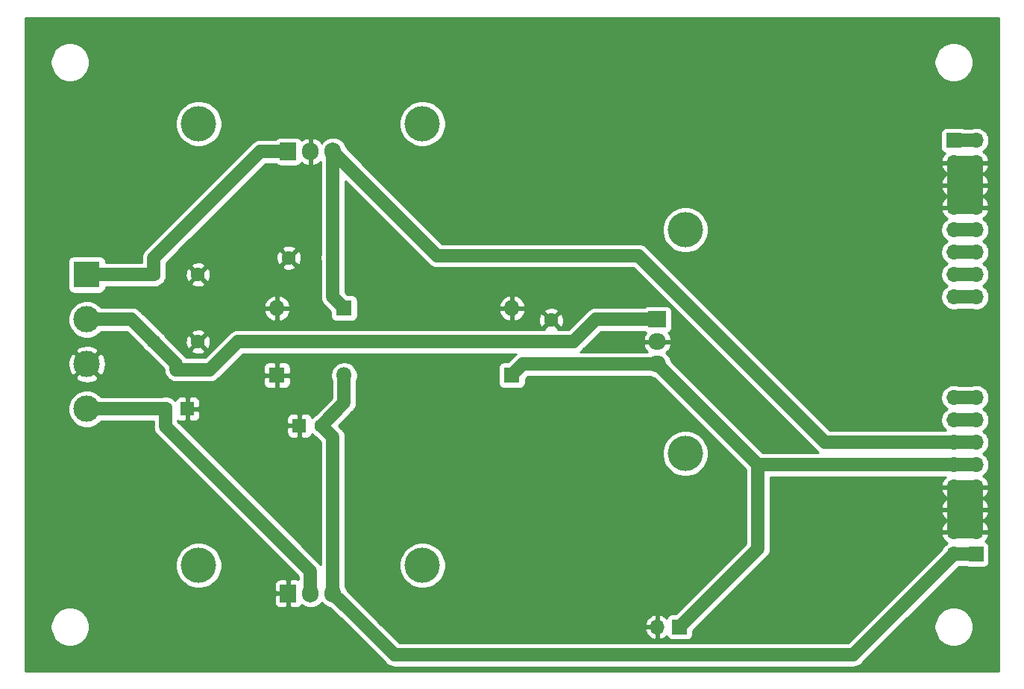
<source format=gbr>
%TF.GenerationSoftware,KiCad,Pcbnew,(5.1.10)-1*%
%TF.CreationDate,2021-10-01T01:08:29-04:00*%
%TF.ProjectId,regulator,72656775-6c61-4746-9f72-2e6b69636164,rev?*%
%TF.SameCoordinates,Original*%
%TF.FileFunction,Copper,L2,Bot*%
%TF.FilePolarity,Positive*%
%FSLAX46Y46*%
G04 Gerber Fmt 4.6, Leading zero omitted, Abs format (unit mm)*
G04 Created by KiCad (PCBNEW (5.1.10)-1) date 2021-10-01 01:08:29*
%MOMM*%
%LPD*%
G01*
G04 APERTURE LIST*
%TA.AperFunction,ComponentPad*%
%ADD10C,4.000000*%
%TD*%
%TA.AperFunction,ComponentPad*%
%ADD11C,1.600000*%
%TD*%
%TA.AperFunction,ComponentPad*%
%ADD12R,1.600000X1.600000*%
%TD*%
%TA.AperFunction,ComponentPad*%
%ADD13R,1.800000X1.800000*%
%TD*%
%TA.AperFunction,ComponentPad*%
%ADD14O,1.800000X1.800000*%
%TD*%
%TA.AperFunction,ComponentPad*%
%ADD15C,3.000000*%
%TD*%
%TA.AperFunction,ComponentPad*%
%ADD16R,3.000000X3.000000*%
%TD*%
%TA.AperFunction,ComponentPad*%
%ADD17R,1.905000X2.000000*%
%TD*%
%TA.AperFunction,ComponentPad*%
%ADD18O,1.905000X2.000000*%
%TD*%
%TA.AperFunction,ComponentPad*%
%ADD19R,2.000000X1.905000*%
%TD*%
%TA.AperFunction,ComponentPad*%
%ADD20O,2.000000X1.905000*%
%TD*%
%TA.AperFunction,ComponentPad*%
%ADD21R,1.700000X1.700000*%
%TD*%
%TA.AperFunction,ComponentPad*%
%ADD22O,1.700000X1.700000*%
%TD*%
%TA.AperFunction,Conductor*%
%ADD23C,1.500000*%
%TD*%
%TA.AperFunction,Conductor*%
%ADD24C,0.254000*%
%TD*%
%TA.AperFunction,Conductor*%
%ADD25C,0.100000*%
%TD*%
G04 APERTURE END LIST*
D10*
%TO.P,L7912,1*%
%TO.N,N/C*%
X128270000Y-144780000D03*
X153670000Y-144780000D03*
%TD*%
%TO.P,L7812,1*%
%TO.N,N/C*%
X183515000Y-132080000D03*
X183515000Y-106680000D03*
%TD*%
%TO.P,L7805,1*%
%TO.N,N/C*%
X153670000Y-94615000D03*
X128270000Y-94615000D03*
%TD*%
D11*
%TO.P,C1,1*%
%TO.N,Net-(C1-Pad1)*%
X123190000Y-111760000D03*
%TO.P,C1,2*%
%TO.N,Net-(C1-Pad2)*%
X128190000Y-111760000D03*
%TD*%
%TO.P,C2,2*%
%TO.N,Net-(C1-Pad2)*%
X138510000Y-109855000D03*
%TO.P,C2,1*%
%TO.N,Net-(C2-Pad1)*%
X143510000Y-109855000D03*
%TD*%
%TO.P,C3,1*%
%TO.N,Net-(C3-Pad1)*%
X123190000Y-119380000D03*
%TO.P,C3,2*%
%TO.N,Net-(C1-Pad2)*%
X128190000Y-119380000D03*
%TD*%
%TO.P,C4,1*%
%TO.N,Net-(C4-Pad1)*%
X168275000Y-121920000D03*
%TO.P,C4,2*%
%TO.N,Net-(C1-Pad2)*%
X168275000Y-116920000D03*
%TD*%
D12*
%TO.P,C5,1*%
%TO.N,Net-(C1-Pad2)*%
X127000000Y-127000000D03*
D11*
%TO.P,C5,2*%
%TO.N,Net-(C5-Pad2)*%
X124500000Y-127000000D03*
%TD*%
D12*
%TO.P,C6,1*%
%TO.N,Net-(C1-Pad2)*%
X139700000Y-128905000D03*
D11*
%TO.P,C6,2*%
%TO.N,Net-(C6-Pad2)*%
X142200000Y-128905000D03*
%TD*%
D13*
%TO.P,D1,1*%
%TO.N,Net-(C2-Pad1)*%
X144780000Y-115570000D03*
D14*
%TO.P,D1,2*%
%TO.N,Net-(C1-Pad2)*%
X137160000Y-115570000D03*
%TD*%
D13*
%TO.P,D2,1*%
%TO.N,Net-(C4-Pad1)*%
X163830000Y-123190000D03*
D14*
%TO.P,D2,2*%
%TO.N,Net-(C1-Pad2)*%
X163830000Y-115570000D03*
%TD*%
%TO.P,D3,2*%
%TO.N,Net-(C6-Pad2)*%
X144780000Y-123190000D03*
D13*
%TO.P,D3,1*%
%TO.N,Net-(C1-Pad2)*%
X137160000Y-123190000D03*
%TD*%
D15*
%TO.P,J1,2*%
%TO.N,Net-(C3-Pad1)*%
X115570000Y-116840000D03*
%TO.P,J1,3*%
%TO.N,Net-(C1-Pad2)*%
X115570000Y-121920000D03*
D16*
%TO.P,J1,1*%
%TO.N,Net-(C1-Pad1)*%
X115570000Y-111760000D03*
D15*
%TO.P,J1,4*%
%TO.N,Net-(C5-Pad2)*%
X115570000Y-127000000D03*
%TD*%
D17*
%TO.P,U1,1*%
%TO.N,Net-(C1-Pad1)*%
X138430000Y-97790000D03*
D18*
%TO.P,U1,2*%
%TO.N,Net-(C1-Pad2)*%
X140970000Y-97790000D03*
%TO.P,U1,3*%
%TO.N,Net-(C2-Pad1)*%
X143510000Y-97790000D03*
%TD*%
D19*
%TO.P,U2,1*%
%TO.N,Net-(C3-Pad1)*%
X180340000Y-116840000D03*
D20*
%TO.P,U2,2*%
%TO.N,Net-(C1-Pad2)*%
X180340000Y-119380000D03*
%TO.P,U2,3*%
%TO.N,Net-(C4-Pad1)*%
X180340000Y-121920000D03*
%TD*%
D18*
%TO.P,U3,3*%
%TO.N,Net-(C6-Pad2)*%
X143510000Y-147955000D03*
%TO.P,U3,2*%
%TO.N,Net-(C5-Pad2)*%
X140970000Y-147955000D03*
D17*
%TO.P,U3,1*%
%TO.N,Net-(C1-Pad2)*%
X138430000Y-147955000D03*
%TD*%
D21*
%TO.P,J2,1*%
%TO.N,Net-(C6-Pad2)*%
X213995000Y-96520000D03*
D22*
%TO.P,J2,2*%
X216535000Y-96520000D03*
%TO.P,J2,3*%
%TO.N,Net-(C1-Pad2)*%
X213995000Y-99060000D03*
%TO.P,J2,4*%
X216535000Y-99060000D03*
%TO.P,J2,5*%
X213995000Y-101600000D03*
%TO.P,J2,6*%
X216535000Y-101600000D03*
%TO.P,J2,7*%
X213995000Y-104140000D03*
%TO.P,J2,8*%
X216535000Y-104140000D03*
%TO.P,J2,9*%
%TO.N,Net-(C4-Pad1)*%
X213995000Y-106680000D03*
%TO.P,J2,10*%
X216535000Y-106680000D03*
%TO.P,J2,11*%
%TO.N,Net-(C2-Pad1)*%
X213995000Y-109220000D03*
%TO.P,J2,12*%
X216535000Y-109220000D03*
%TO.P,J2,13*%
%TO.N,Net-(J2-Pad13)*%
X213995000Y-111760000D03*
%TO.P,J2,14*%
X216535000Y-111760000D03*
%TO.P,J2,15*%
%TO.N,Net-(J2-Pad15)*%
X213995000Y-114300000D03*
%TO.P,J2,16*%
X216535000Y-114300000D03*
%TD*%
%TO.P,J3,16*%
%TO.N,Net-(J2-Pad15)*%
X213995000Y-125730000D03*
%TO.P,J3,15*%
X216535000Y-125730000D03*
%TO.P,J3,14*%
%TO.N,Net-(J2-Pad13)*%
X213995000Y-128270000D03*
%TO.P,J3,13*%
X216535000Y-128270000D03*
%TO.P,J3,12*%
%TO.N,Net-(C2-Pad1)*%
X213995000Y-130810000D03*
%TO.P,J3,11*%
X216535000Y-130810000D03*
%TO.P,J3,10*%
%TO.N,Net-(C4-Pad1)*%
X213995000Y-133350000D03*
%TO.P,J3,9*%
X216535000Y-133350000D03*
%TO.P,J3,8*%
%TO.N,Net-(C1-Pad2)*%
X213995000Y-135890000D03*
%TO.P,J3,7*%
X216535000Y-135890000D03*
%TO.P,J3,6*%
X213995000Y-138430000D03*
%TO.P,J3,5*%
X216535000Y-138430000D03*
%TO.P,J3,4*%
X213995000Y-140970000D03*
%TO.P,J3,3*%
X216535000Y-140970000D03*
%TO.P,J3,2*%
%TO.N,Net-(C6-Pad2)*%
X213995000Y-143510000D03*
D21*
%TO.P,J3,1*%
X216535000Y-143510000D03*
%TD*%
%TO.P,J4,1*%
%TO.N,Net-(C4-Pad1)*%
X182880000Y-151765000D03*
D22*
%TO.P,J4,2*%
%TO.N,Net-(C1-Pad2)*%
X180340000Y-151765000D03*
%TD*%
D23*
%TO.N,Net-(C1-Pad1)*%
X115570000Y-111760000D02*
X123190000Y-111760000D01*
X123190000Y-111760000D02*
X123190000Y-109855000D01*
X135255000Y-97790000D02*
X138430000Y-97790000D01*
X123190000Y-109855000D02*
X135255000Y-97790000D01*
%TO.N,Net-(C1-Pad2)*%
X216535000Y-140970000D02*
X213995000Y-140970000D01*
X213995000Y-140970000D02*
X216535000Y-138430000D01*
X216535000Y-138430000D02*
X213995000Y-138430000D01*
X213995000Y-138430000D02*
X216535000Y-135890000D01*
X216535000Y-135890000D02*
X213995000Y-135890000D01*
X213995000Y-135890000D02*
X213995000Y-140970000D01*
X216535000Y-135890000D02*
X216535000Y-140970000D01*
X213995000Y-138430000D02*
X216535000Y-140970000D01*
X213995000Y-135890000D02*
X216535000Y-138430000D01*
X213995000Y-104140000D02*
X216535000Y-104140000D01*
X213995000Y-101600000D02*
X216535000Y-101600000D01*
X213995000Y-101600000D02*
X216535000Y-99060000D01*
X213995000Y-104140000D02*
X213995000Y-101600000D01*
X216535000Y-101600000D02*
X213995000Y-99060000D01*
X216535000Y-104140000D02*
X216535000Y-101600000D01*
X216535000Y-99060000D02*
X216535000Y-104140000D01*
X213995000Y-99060000D02*
X213995000Y-104140000D01*
X216535000Y-101600000D02*
X213995000Y-104140000D01*
X213995000Y-99060000D02*
X216535000Y-99060000D01*
%TO.N,Net-(C2-Pad1)*%
X143510000Y-97790000D02*
X143510000Y-109855000D01*
X143510000Y-114300000D02*
X144780000Y-115570000D01*
X143510000Y-109855000D02*
X143510000Y-114300000D01*
X213995000Y-130810000D02*
X216535000Y-130810000D01*
X155350001Y-109630001D02*
X178210001Y-109630001D01*
X143510000Y-97790000D02*
X155350001Y-109630001D01*
X178210001Y-109630001D02*
X199390000Y-130810000D01*
X199390000Y-130810000D02*
X213995000Y-130810000D01*
X213995000Y-109220000D02*
X216535000Y-109220000D01*
%TO.N,Net-(C3-Pad1)*%
X120650000Y-116840000D02*
X123190000Y-119380000D01*
X115570000Y-116840000D02*
X120650000Y-116840000D01*
X180340000Y-116840000D02*
X173355000Y-116840000D01*
X173355000Y-116840000D02*
X170815000Y-119380000D01*
X170815000Y-119380000D02*
X132715000Y-119380000D01*
X132715000Y-119380000D02*
X129540000Y-122555000D01*
X129540000Y-122555000D02*
X125730000Y-122555000D01*
X125730000Y-121920000D02*
X123190000Y-119380000D01*
X125730000Y-122555000D02*
X125730000Y-121920000D01*
%TO.N,Net-(C4-Pad1)*%
X180340000Y-121920000D02*
X168275000Y-121920000D01*
X165100000Y-121920000D02*
X163830000Y-123190000D01*
X168275000Y-121920000D02*
X165100000Y-121920000D01*
X191770000Y-133350000D02*
X213995000Y-133350000D01*
X180340000Y-121920000D02*
X191770000Y-133350000D01*
X213995000Y-133350000D02*
X216535000Y-133350000D01*
X213995000Y-106680000D02*
X216535000Y-106680000D01*
X191770000Y-142875000D02*
X182880000Y-151765000D01*
X191770000Y-133350000D02*
X191770000Y-142875000D01*
%TO.N,Net-(C5-Pad2)*%
X115570000Y-127000000D02*
X124500000Y-127000000D01*
X124500000Y-128985000D02*
X124500000Y-127000000D01*
X140970000Y-145455000D02*
X124500000Y-128985000D01*
X140970000Y-147955000D02*
X140970000Y-145455000D01*
%TO.N,Net-(C6-Pad2)*%
X143510000Y-130215000D02*
X142200000Y-128905000D01*
X143510000Y-147955000D02*
X143510000Y-130215000D01*
X144780000Y-126325000D02*
X142200000Y-128905000D01*
X144780000Y-123190000D02*
X144780000Y-126325000D01*
X213995000Y-143510000D02*
X216535000Y-143510000D01*
X213995000Y-96520000D02*
X216535000Y-96520000D01*
X145415000Y-149860000D02*
X143510000Y-147955000D01*
X150495000Y-154940000D02*
X145415000Y-149860000D01*
X202565000Y-154940000D02*
X150495000Y-154940000D01*
X213995000Y-143510000D02*
X202565000Y-154940000D01*
%TO.N,Net-(J2-Pad15)*%
X213995000Y-125730000D02*
X216535000Y-125730000D01*
X213995000Y-114300000D02*
X216535000Y-114300000D01*
%TO.N,Net-(J2-Pad13)*%
X213995000Y-128270000D02*
X216535000Y-128270000D01*
X213995000Y-111760000D02*
X216535000Y-111760000D01*
%TD*%
D24*
%TO.N,Net-(C1-Pad2)*%
X219050001Y-156820000D02*
X108610000Y-156820000D01*
X108610000Y-151544872D01*
X111430000Y-151544872D01*
X111430000Y-151985128D01*
X111515890Y-152416925D01*
X111684369Y-152823669D01*
X111928962Y-153189729D01*
X112240271Y-153501038D01*
X112606331Y-153745631D01*
X113013075Y-153914110D01*
X113444872Y-154000000D01*
X113885128Y-154000000D01*
X114316925Y-153914110D01*
X114723669Y-153745631D01*
X115089729Y-153501038D01*
X115401038Y-153189729D01*
X115645631Y-152823669D01*
X115814110Y-152416925D01*
X115900000Y-151985128D01*
X115900000Y-151544872D01*
X115814110Y-151113075D01*
X115645631Y-150706331D01*
X115401038Y-150340271D01*
X115089729Y-150028962D01*
X114723669Y-149784369D01*
X114316925Y-149615890D01*
X113885128Y-149530000D01*
X113444872Y-149530000D01*
X113013075Y-149615890D01*
X112606331Y-149784369D01*
X112240271Y-150028962D01*
X111928962Y-150340271D01*
X111684369Y-150706331D01*
X111515890Y-151113075D01*
X111430000Y-151544872D01*
X108610000Y-151544872D01*
X108610000Y-148955000D01*
X136839428Y-148955000D01*
X136851688Y-149079482D01*
X136887998Y-149199180D01*
X136946963Y-149309494D01*
X137026315Y-149406185D01*
X137123006Y-149485537D01*
X137233320Y-149544502D01*
X137353018Y-149580812D01*
X137477500Y-149593072D01*
X138144250Y-149590000D01*
X138303000Y-149431250D01*
X138303000Y-148082000D01*
X137001250Y-148082000D01*
X136842500Y-148240750D01*
X136839428Y-148955000D01*
X108610000Y-148955000D01*
X108610000Y-144520475D01*
X125635000Y-144520475D01*
X125635000Y-145039525D01*
X125736261Y-145548601D01*
X125934893Y-146028141D01*
X126223262Y-146459715D01*
X126590285Y-146826738D01*
X127021859Y-147115107D01*
X127501399Y-147313739D01*
X128010475Y-147415000D01*
X128529525Y-147415000D01*
X129038601Y-147313739D01*
X129518141Y-147115107D01*
X129757757Y-146955000D01*
X136839428Y-146955000D01*
X136842500Y-147669250D01*
X137001250Y-147828000D01*
X138303000Y-147828000D01*
X138303000Y-146478750D01*
X138144250Y-146320000D01*
X137477500Y-146316928D01*
X137353018Y-146329188D01*
X137233320Y-146365498D01*
X137123006Y-146424463D01*
X137026315Y-146503815D01*
X136946963Y-146600506D01*
X136887998Y-146710820D01*
X136851688Y-146830518D01*
X136839428Y-146955000D01*
X129757757Y-146955000D01*
X129949715Y-146826738D01*
X130316738Y-146459715D01*
X130605107Y-146028141D01*
X130803739Y-145548601D01*
X130905000Y-145039525D01*
X130905000Y-144520475D01*
X130803739Y-144011399D01*
X130605107Y-143531859D01*
X130316738Y-143100285D01*
X129949715Y-142733262D01*
X129518141Y-142444893D01*
X129038601Y-142246261D01*
X128529525Y-142145000D01*
X128010475Y-142145000D01*
X127501399Y-142246261D01*
X127021859Y-142444893D01*
X126590285Y-142733262D01*
X126223262Y-143100285D01*
X125934893Y-143531859D01*
X125736261Y-144011399D01*
X125635000Y-144520475D01*
X108610000Y-144520475D01*
X108610000Y-126789721D01*
X113435000Y-126789721D01*
X113435000Y-127210279D01*
X113517047Y-127622756D01*
X113677988Y-128011302D01*
X113911637Y-128360983D01*
X114209017Y-128658363D01*
X114558698Y-128892012D01*
X114947244Y-129052953D01*
X115359721Y-129135000D01*
X115780279Y-129135000D01*
X116192756Y-129052953D01*
X116581302Y-128892012D01*
X116930983Y-128658363D01*
X117204346Y-128385000D01*
X123115000Y-128385000D01*
X123115000Y-128916970D01*
X123108300Y-128985000D01*
X123115000Y-129053029D01*
X123115000Y-129053036D01*
X123123073Y-129135000D01*
X123135040Y-129256507D01*
X123186152Y-129425000D01*
X123214236Y-129517580D01*
X123342843Y-129758187D01*
X123515919Y-129969080D01*
X123568765Y-130012450D01*
X139585001Y-146028687D01*
X139585001Y-146352855D01*
X139506982Y-146329188D01*
X139382500Y-146316928D01*
X138715750Y-146320000D01*
X138557000Y-146478750D01*
X138557000Y-147828000D01*
X138577000Y-147828000D01*
X138577000Y-148082000D01*
X138557000Y-148082000D01*
X138557000Y-149431250D01*
X138715750Y-149590000D01*
X139382500Y-149593072D01*
X139506982Y-149580812D01*
X139626680Y-149544502D01*
X139736994Y-149485537D01*
X139833685Y-149406185D01*
X139913037Y-149309494D01*
X139957905Y-149225553D01*
X140083766Y-149328845D01*
X140359552Y-149476255D01*
X140658797Y-149567030D01*
X140970000Y-149597681D01*
X141281204Y-149567030D01*
X141580449Y-149476255D01*
X141856235Y-149328845D01*
X142097963Y-149130463D01*
X142240000Y-148957391D01*
X142382037Y-149130463D01*
X142623766Y-149328845D01*
X142899552Y-149476255D01*
X143147908Y-149551593D01*
X144483766Y-150887452D01*
X144483771Y-150887456D01*
X149467550Y-155871236D01*
X149510919Y-155924081D01*
X149563764Y-155967450D01*
X149563766Y-155967452D01*
X149612108Y-156007125D01*
X149721812Y-156097157D01*
X149962419Y-156225764D01*
X150223492Y-156304960D01*
X150246892Y-156307265D01*
X150426963Y-156325000D01*
X150426971Y-156325000D01*
X150495000Y-156331700D01*
X150563029Y-156325000D01*
X202496971Y-156325000D01*
X202565000Y-156331700D01*
X202633029Y-156325000D01*
X202633037Y-156325000D01*
X202836507Y-156304960D01*
X203097581Y-156225764D01*
X203338188Y-156097157D01*
X203549081Y-155924081D01*
X203592454Y-155871231D01*
X207918813Y-151544872D01*
X211760000Y-151544872D01*
X211760000Y-151985128D01*
X211845890Y-152416925D01*
X212014369Y-152823669D01*
X212258962Y-153189729D01*
X212570271Y-153501038D01*
X212936331Y-153745631D01*
X213343075Y-153914110D01*
X213774872Y-154000000D01*
X214215128Y-154000000D01*
X214646925Y-153914110D01*
X215053669Y-153745631D01*
X215419729Y-153501038D01*
X215731038Y-153189729D01*
X215975631Y-152823669D01*
X216144110Y-152416925D01*
X216230000Y-151985128D01*
X216230000Y-151544872D01*
X216144110Y-151113075D01*
X215975631Y-150706331D01*
X215731038Y-150340271D01*
X215419729Y-150028962D01*
X215053669Y-149784369D01*
X214646925Y-149615890D01*
X214215128Y-149530000D01*
X213774872Y-149530000D01*
X213343075Y-149615890D01*
X212936331Y-149784369D01*
X212570271Y-150028962D01*
X212258962Y-150340271D01*
X212014369Y-150706331D01*
X211845890Y-151113075D01*
X211760000Y-151544872D01*
X207918813Y-151544872D01*
X214568686Y-144895000D01*
X215338856Y-144895000D01*
X215440820Y-144949502D01*
X215560518Y-144985812D01*
X215685000Y-144998072D01*
X217385000Y-144998072D01*
X217509482Y-144985812D01*
X217629180Y-144949502D01*
X217739494Y-144890537D01*
X217836185Y-144811185D01*
X217915537Y-144714494D01*
X217974502Y-144604180D01*
X218010812Y-144484482D01*
X218023072Y-144360000D01*
X218023072Y-142660000D01*
X218010812Y-142535518D01*
X217974502Y-142415820D01*
X217915537Y-142305506D01*
X217836185Y-142208815D01*
X217739494Y-142129463D01*
X217629180Y-142070498D01*
X217548534Y-142046034D01*
X217632588Y-141970269D01*
X217806641Y-141736920D01*
X217931825Y-141474099D01*
X217976476Y-141326890D01*
X217855155Y-141097000D01*
X216662000Y-141097000D01*
X216662000Y-141117000D01*
X216408000Y-141117000D01*
X216408000Y-141097000D01*
X214122000Y-141097000D01*
X214122000Y-141117000D01*
X213868000Y-141117000D01*
X213868000Y-141097000D01*
X212674845Y-141097000D01*
X212553524Y-141326890D01*
X212598175Y-141474099D01*
X212723359Y-141736920D01*
X212897412Y-141970269D01*
X213113645Y-142165178D01*
X213230534Y-142234805D01*
X213048368Y-142356525D01*
X212841525Y-142563368D01*
X212679010Y-142806589D01*
X212636078Y-142910236D01*
X201991315Y-153555000D01*
X151068686Y-153555000D01*
X149635577Y-152121891D01*
X178898519Y-152121891D01*
X178995843Y-152396252D01*
X179144822Y-152646355D01*
X179339731Y-152862588D01*
X179573080Y-153036641D01*
X179835901Y-153161825D01*
X179983110Y-153206476D01*
X180213000Y-153085155D01*
X180213000Y-151892000D01*
X179019186Y-151892000D01*
X178898519Y-152121891D01*
X149635577Y-152121891D01*
X148921795Y-151408109D01*
X178898519Y-151408109D01*
X179019186Y-151638000D01*
X180213000Y-151638000D01*
X180213000Y-150444845D01*
X179983110Y-150323524D01*
X179835901Y-150368175D01*
X179573080Y-150493359D01*
X179339731Y-150667412D01*
X179144822Y-150883645D01*
X178995843Y-151133748D01*
X178898519Y-151408109D01*
X148921795Y-151408109D01*
X146442456Y-148928771D01*
X146442452Y-148928766D01*
X145059093Y-147545408D01*
X144983755Y-147297051D01*
X144895000Y-147131001D01*
X144895000Y-144520475D01*
X151035000Y-144520475D01*
X151035000Y-145039525D01*
X151136261Y-145548601D01*
X151334893Y-146028141D01*
X151623262Y-146459715D01*
X151990285Y-146826738D01*
X152421859Y-147115107D01*
X152901399Y-147313739D01*
X153410475Y-147415000D01*
X153929525Y-147415000D01*
X154438601Y-147313739D01*
X154918141Y-147115107D01*
X155349715Y-146826738D01*
X155716738Y-146459715D01*
X156005107Y-146028141D01*
X156203739Y-145548601D01*
X156305000Y-145039525D01*
X156305000Y-144520475D01*
X156203739Y-144011399D01*
X156005107Y-143531859D01*
X155716738Y-143100285D01*
X155349715Y-142733262D01*
X154918141Y-142444893D01*
X154438601Y-142246261D01*
X153929525Y-142145000D01*
X153410475Y-142145000D01*
X152901399Y-142246261D01*
X152421859Y-142444893D01*
X151990285Y-142733262D01*
X151623262Y-143100285D01*
X151334893Y-143531859D01*
X151136261Y-144011399D01*
X151035000Y-144520475D01*
X144895000Y-144520475D01*
X144895000Y-131820475D01*
X180880000Y-131820475D01*
X180880000Y-132339525D01*
X180981261Y-132848601D01*
X181179893Y-133328141D01*
X181468262Y-133759715D01*
X181835285Y-134126738D01*
X182266859Y-134415107D01*
X182746399Y-134613739D01*
X183255475Y-134715000D01*
X183774525Y-134715000D01*
X184283601Y-134613739D01*
X184763141Y-134415107D01*
X185194715Y-134126738D01*
X185561738Y-133759715D01*
X185850107Y-133328141D01*
X186048739Y-132848601D01*
X186150000Y-132339525D01*
X186150000Y-131820475D01*
X186048739Y-131311399D01*
X185850107Y-130831859D01*
X185561738Y-130400285D01*
X185194715Y-130033262D01*
X184763141Y-129744893D01*
X184283601Y-129546261D01*
X183774525Y-129445000D01*
X183255475Y-129445000D01*
X182746399Y-129546261D01*
X182266859Y-129744893D01*
X181835285Y-130033262D01*
X181468262Y-130400285D01*
X181179893Y-130831859D01*
X180981261Y-131311399D01*
X180880000Y-131820475D01*
X144895000Y-131820475D01*
X144895000Y-130283029D01*
X144901700Y-130215000D01*
X144895000Y-130146971D01*
X144895000Y-130146963D01*
X144874960Y-129943493D01*
X144795764Y-129682419D01*
X144667157Y-129441812D01*
X144571292Y-129325000D01*
X144537452Y-129283766D01*
X144537450Y-129283764D01*
X144494081Y-129230919D01*
X144441236Y-129187550D01*
X144158686Y-128905000D01*
X145711236Y-127352450D01*
X145764081Y-127309081D01*
X145937157Y-127098188D01*
X146065764Y-126857581D01*
X146087781Y-126785000D01*
X146144960Y-126596508D01*
X146157674Y-126467419D01*
X146165000Y-126393037D01*
X146165000Y-126393029D01*
X146171700Y-126325000D01*
X146165000Y-126256971D01*
X146165000Y-123857462D01*
X146256011Y-123637743D01*
X146315000Y-123341184D01*
X146315000Y-123038816D01*
X146256011Y-122742257D01*
X146140299Y-122462905D01*
X145972312Y-122211495D01*
X145758505Y-121997688D01*
X145507095Y-121829701D01*
X145227743Y-121713989D01*
X144931184Y-121655000D01*
X144628816Y-121655000D01*
X144332257Y-121713989D01*
X144052905Y-121829701D01*
X143801495Y-121997688D01*
X143587688Y-122211495D01*
X143419701Y-122462905D01*
X143303989Y-122742257D01*
X143245000Y-123038816D01*
X143245000Y-123341184D01*
X143303989Y-123637743D01*
X143395000Y-123857462D01*
X143395001Y-125751313D01*
X141498339Y-127647976D01*
X141285241Y-127790363D01*
X141118661Y-127956943D01*
X141089502Y-127860820D01*
X141030537Y-127750506D01*
X140951185Y-127653815D01*
X140854494Y-127574463D01*
X140744180Y-127515498D01*
X140624482Y-127479188D01*
X140500000Y-127466928D01*
X139985750Y-127470000D01*
X139827000Y-127628750D01*
X139827000Y-128778000D01*
X139847000Y-128778000D01*
X139847000Y-129032000D01*
X139827000Y-129032000D01*
X139827000Y-130181250D01*
X139985750Y-130340000D01*
X140500000Y-130343072D01*
X140624482Y-130330812D01*
X140744180Y-130294502D01*
X140854494Y-130235537D01*
X140951185Y-130156185D01*
X141030537Y-130059494D01*
X141089502Y-129949180D01*
X141118661Y-129853057D01*
X141285241Y-130019637D01*
X141498339Y-130162024D01*
X142125001Y-130788687D01*
X142125000Y-144679184D01*
X141954081Y-144470919D01*
X141901236Y-144427550D01*
X127178686Y-129705000D01*
X138261928Y-129705000D01*
X138274188Y-129829482D01*
X138310498Y-129949180D01*
X138369463Y-130059494D01*
X138448815Y-130156185D01*
X138545506Y-130235537D01*
X138655820Y-130294502D01*
X138775518Y-130330812D01*
X138900000Y-130343072D01*
X139414250Y-130340000D01*
X139573000Y-130181250D01*
X139573000Y-129032000D01*
X138423750Y-129032000D01*
X138265000Y-129190750D01*
X138261928Y-129705000D01*
X127178686Y-129705000D01*
X125885000Y-128411315D01*
X125885000Y-128351647D01*
X125955820Y-128389502D01*
X126075518Y-128425812D01*
X126200000Y-128438072D01*
X126714250Y-128435000D01*
X126873000Y-128276250D01*
X126873000Y-127127000D01*
X127127000Y-127127000D01*
X127127000Y-128276250D01*
X127285750Y-128435000D01*
X127800000Y-128438072D01*
X127924482Y-128425812D01*
X128044180Y-128389502D01*
X128154494Y-128330537D01*
X128251185Y-128251185D01*
X128330537Y-128154494D01*
X128356992Y-128105000D01*
X138261928Y-128105000D01*
X138265000Y-128619250D01*
X138423750Y-128778000D01*
X139573000Y-128778000D01*
X139573000Y-127628750D01*
X139414250Y-127470000D01*
X138900000Y-127466928D01*
X138775518Y-127479188D01*
X138655820Y-127515498D01*
X138545506Y-127574463D01*
X138448815Y-127653815D01*
X138369463Y-127750506D01*
X138310498Y-127860820D01*
X138274188Y-127980518D01*
X138261928Y-128105000D01*
X128356992Y-128105000D01*
X128389502Y-128044180D01*
X128425812Y-127924482D01*
X128438072Y-127800000D01*
X128435000Y-127285750D01*
X128276250Y-127127000D01*
X127127000Y-127127000D01*
X126873000Y-127127000D01*
X126853000Y-127127000D01*
X126853000Y-126873000D01*
X126873000Y-126873000D01*
X126873000Y-125723750D01*
X127127000Y-125723750D01*
X127127000Y-126873000D01*
X128276250Y-126873000D01*
X128435000Y-126714250D01*
X128438072Y-126200000D01*
X128425812Y-126075518D01*
X128389502Y-125955820D01*
X128330537Y-125845506D01*
X128251185Y-125748815D01*
X128154494Y-125669463D01*
X128044180Y-125610498D01*
X127924482Y-125574188D01*
X127800000Y-125561928D01*
X127285750Y-125565000D01*
X127127000Y-125723750D01*
X126873000Y-125723750D01*
X126714250Y-125565000D01*
X126200000Y-125561928D01*
X126075518Y-125574188D01*
X125955820Y-125610498D01*
X125845506Y-125669463D01*
X125748815Y-125748815D01*
X125669463Y-125845506D01*
X125610498Y-125955820D01*
X125581339Y-126051943D01*
X125414759Y-125885363D01*
X125179727Y-125728320D01*
X124918574Y-125620147D01*
X124641335Y-125565000D01*
X124358665Y-125565000D01*
X124107301Y-125615000D01*
X117204346Y-125615000D01*
X116930983Y-125341637D01*
X116581302Y-125107988D01*
X116192756Y-124947047D01*
X115780279Y-124865000D01*
X115359721Y-124865000D01*
X114947244Y-124947047D01*
X114558698Y-125107988D01*
X114209017Y-125341637D01*
X113911637Y-125639017D01*
X113677988Y-125988698D01*
X113517047Y-126377244D01*
X113435000Y-126789721D01*
X108610000Y-126789721D01*
X108610000Y-124090000D01*
X135621928Y-124090000D01*
X135634188Y-124214482D01*
X135670498Y-124334180D01*
X135729463Y-124444494D01*
X135808815Y-124541185D01*
X135905506Y-124620537D01*
X136015820Y-124679502D01*
X136135518Y-124715812D01*
X136260000Y-124728072D01*
X136874250Y-124725000D01*
X137033000Y-124566250D01*
X137033000Y-123317000D01*
X137287000Y-123317000D01*
X137287000Y-124566250D01*
X137445750Y-124725000D01*
X138060000Y-124728072D01*
X138184482Y-124715812D01*
X138304180Y-124679502D01*
X138414494Y-124620537D01*
X138511185Y-124541185D01*
X138590537Y-124444494D01*
X138649502Y-124334180D01*
X138685812Y-124214482D01*
X138698072Y-124090000D01*
X138695000Y-123475750D01*
X138536250Y-123317000D01*
X137287000Y-123317000D01*
X137033000Y-123317000D01*
X135783750Y-123317000D01*
X135625000Y-123475750D01*
X135621928Y-124090000D01*
X108610000Y-124090000D01*
X108610000Y-123411653D01*
X114257952Y-123411653D01*
X114413962Y-123727214D01*
X114788745Y-123918020D01*
X115193551Y-124032044D01*
X115612824Y-124064902D01*
X116030451Y-124015334D01*
X116430383Y-123885243D01*
X116726038Y-123727214D01*
X116882048Y-123411653D01*
X115570000Y-122099605D01*
X114257952Y-123411653D01*
X108610000Y-123411653D01*
X108610000Y-121962824D01*
X113425098Y-121962824D01*
X113474666Y-122380451D01*
X113604757Y-122780383D01*
X113762786Y-123076038D01*
X114078347Y-123232048D01*
X115390395Y-121920000D01*
X115749605Y-121920000D01*
X117061653Y-123232048D01*
X117377214Y-123076038D01*
X117568020Y-122701255D01*
X117682044Y-122296449D01*
X117714902Y-121877176D01*
X117665334Y-121459549D01*
X117535243Y-121059617D01*
X117377214Y-120763962D01*
X117061653Y-120607952D01*
X115749605Y-121920000D01*
X115390395Y-121920000D01*
X114078347Y-120607952D01*
X113762786Y-120763962D01*
X113571980Y-121138745D01*
X113457956Y-121543551D01*
X113425098Y-121962824D01*
X108610000Y-121962824D01*
X108610000Y-120428347D01*
X114257952Y-120428347D01*
X115570000Y-121740395D01*
X116882048Y-120428347D01*
X116726038Y-120112786D01*
X116351255Y-119921980D01*
X115946449Y-119807956D01*
X115527176Y-119775098D01*
X115109549Y-119824666D01*
X114709617Y-119954757D01*
X114413962Y-120112786D01*
X114257952Y-120428347D01*
X108610000Y-120428347D01*
X108610000Y-116629721D01*
X113435000Y-116629721D01*
X113435000Y-117050279D01*
X113517047Y-117462756D01*
X113677988Y-117851302D01*
X113911637Y-118200983D01*
X114209017Y-118498363D01*
X114558698Y-118732012D01*
X114947244Y-118892953D01*
X115359721Y-118975000D01*
X115780279Y-118975000D01*
X116192756Y-118892953D01*
X116581302Y-118732012D01*
X116930983Y-118498363D01*
X117204346Y-118225000D01*
X120076315Y-118225000D01*
X121932975Y-120081660D01*
X122075363Y-120294759D01*
X122275241Y-120494637D01*
X122488340Y-120637025D01*
X124344397Y-122493082D01*
X124338299Y-122555000D01*
X124365040Y-122826507D01*
X124444236Y-123087581D01*
X124572843Y-123328188D01*
X124745919Y-123539081D01*
X124798767Y-123582452D01*
X124956812Y-123712157D01*
X125197419Y-123840764D01*
X125458493Y-123919960D01*
X125730000Y-123946701D01*
X125798036Y-123940000D01*
X129471971Y-123940000D01*
X129540000Y-123946700D01*
X129608029Y-123940000D01*
X129608037Y-123940000D01*
X129811507Y-123919960D01*
X130072581Y-123840764D01*
X130313188Y-123712157D01*
X130524081Y-123539081D01*
X130567454Y-123486231D01*
X131763685Y-122290000D01*
X135621928Y-122290000D01*
X135625000Y-122904250D01*
X135783750Y-123063000D01*
X137033000Y-123063000D01*
X137033000Y-121813750D01*
X137287000Y-121813750D01*
X137287000Y-123063000D01*
X138536250Y-123063000D01*
X138695000Y-122904250D01*
X138698072Y-122290000D01*
X138685812Y-122165518D01*
X138649502Y-122045820D01*
X138590537Y-121935506D01*
X138511185Y-121838815D01*
X138414494Y-121759463D01*
X138304180Y-121700498D01*
X138184482Y-121664188D01*
X138060000Y-121651928D01*
X137445750Y-121655000D01*
X137287000Y-121813750D01*
X137033000Y-121813750D01*
X136874250Y-121655000D01*
X136260000Y-121651928D01*
X136135518Y-121664188D01*
X136015820Y-121700498D01*
X135905506Y-121759463D01*
X135808815Y-121838815D01*
X135729463Y-121935506D01*
X135670498Y-122045820D01*
X135634188Y-122165518D01*
X135621928Y-122290000D01*
X131763685Y-122290000D01*
X133288686Y-120765000D01*
X164324184Y-120765000D01*
X164168766Y-120892548D01*
X164168764Y-120892550D01*
X164115919Y-120935919D01*
X164072550Y-120988764D01*
X163409387Y-121651928D01*
X162930000Y-121651928D01*
X162805518Y-121664188D01*
X162685820Y-121700498D01*
X162575506Y-121759463D01*
X162478815Y-121838815D01*
X162399463Y-121935506D01*
X162340498Y-122045820D01*
X162304188Y-122165518D01*
X162291928Y-122290000D01*
X162291928Y-124090000D01*
X162304188Y-124214482D01*
X162340498Y-124334180D01*
X162399463Y-124444494D01*
X162478815Y-124541185D01*
X162575506Y-124620537D01*
X162685820Y-124679502D01*
X162805518Y-124715812D01*
X162930000Y-124728072D01*
X164730000Y-124728072D01*
X164854482Y-124715812D01*
X164974180Y-124679502D01*
X165084494Y-124620537D01*
X165181185Y-124541185D01*
X165260537Y-124444494D01*
X165319502Y-124334180D01*
X165355812Y-124214482D01*
X165368072Y-124090000D01*
X165368072Y-123610613D01*
X165673686Y-123305000D01*
X167882301Y-123305000D01*
X168133665Y-123355000D01*
X168416335Y-123355000D01*
X168667699Y-123305000D01*
X179516001Y-123305000D01*
X179682051Y-123393755D01*
X179930408Y-123469093D01*
X190385000Y-133923686D01*
X190385001Y-142301313D01*
X182409387Y-150276928D01*
X182030000Y-150276928D01*
X181905518Y-150289188D01*
X181785820Y-150325498D01*
X181675506Y-150384463D01*
X181578815Y-150463815D01*
X181499463Y-150560506D01*
X181440498Y-150670820D01*
X181416034Y-150751466D01*
X181340269Y-150667412D01*
X181106920Y-150493359D01*
X180844099Y-150368175D01*
X180696890Y-150323524D01*
X180467000Y-150444845D01*
X180467000Y-151638000D01*
X180487000Y-151638000D01*
X180487000Y-151892000D01*
X180467000Y-151892000D01*
X180467000Y-153085155D01*
X180696890Y-153206476D01*
X180844099Y-153161825D01*
X181106920Y-153036641D01*
X181340269Y-152862588D01*
X181416034Y-152778534D01*
X181440498Y-152859180D01*
X181499463Y-152969494D01*
X181578815Y-153066185D01*
X181675506Y-153145537D01*
X181785820Y-153204502D01*
X181905518Y-153240812D01*
X182030000Y-153253072D01*
X183730000Y-153253072D01*
X183854482Y-153240812D01*
X183974180Y-153204502D01*
X184084494Y-153145537D01*
X184181185Y-153066185D01*
X184260537Y-152969494D01*
X184319502Y-152859180D01*
X184355812Y-152739482D01*
X184368072Y-152615000D01*
X184368072Y-152235613D01*
X192701236Y-143902450D01*
X192754081Y-143859081D01*
X192927157Y-143648188D01*
X193055764Y-143407581D01*
X193134960Y-143146507D01*
X193155000Y-142943037D01*
X193161701Y-142875000D01*
X193155000Y-142806963D01*
X193155000Y-138786890D01*
X212553524Y-138786890D01*
X212598175Y-138934099D01*
X212723359Y-139196920D01*
X212897412Y-139430269D01*
X213113645Y-139625178D01*
X213239255Y-139700000D01*
X213113645Y-139774822D01*
X212897412Y-139969731D01*
X212723359Y-140203080D01*
X212598175Y-140465901D01*
X212553524Y-140613110D01*
X212674845Y-140843000D01*
X213868000Y-140843000D01*
X213868000Y-138557000D01*
X214122000Y-138557000D01*
X214122000Y-140843000D01*
X216408000Y-140843000D01*
X216408000Y-138557000D01*
X216662000Y-138557000D01*
X216662000Y-140843000D01*
X217855155Y-140843000D01*
X217976476Y-140613110D01*
X217931825Y-140465901D01*
X217806641Y-140203080D01*
X217632588Y-139969731D01*
X217416355Y-139774822D01*
X217290745Y-139700000D01*
X217416355Y-139625178D01*
X217632588Y-139430269D01*
X217806641Y-139196920D01*
X217931825Y-138934099D01*
X217976476Y-138786890D01*
X217855155Y-138557000D01*
X216662000Y-138557000D01*
X216408000Y-138557000D01*
X214122000Y-138557000D01*
X213868000Y-138557000D01*
X212674845Y-138557000D01*
X212553524Y-138786890D01*
X193155000Y-138786890D01*
X193155000Y-136246890D01*
X212553524Y-136246890D01*
X212598175Y-136394099D01*
X212723359Y-136656920D01*
X212897412Y-136890269D01*
X213113645Y-137085178D01*
X213239255Y-137160000D01*
X213113645Y-137234822D01*
X212897412Y-137429731D01*
X212723359Y-137663080D01*
X212598175Y-137925901D01*
X212553524Y-138073110D01*
X212674845Y-138303000D01*
X213868000Y-138303000D01*
X213868000Y-136017000D01*
X214122000Y-136017000D01*
X214122000Y-138303000D01*
X216408000Y-138303000D01*
X216408000Y-136017000D01*
X216662000Y-136017000D01*
X216662000Y-138303000D01*
X217855155Y-138303000D01*
X217976476Y-138073110D01*
X217931825Y-137925901D01*
X217806641Y-137663080D01*
X217632588Y-137429731D01*
X217416355Y-137234822D01*
X217290745Y-137160000D01*
X217416355Y-137085178D01*
X217632588Y-136890269D01*
X217806641Y-136656920D01*
X217931825Y-136394099D01*
X217976476Y-136246890D01*
X217855155Y-136017000D01*
X216662000Y-136017000D01*
X216408000Y-136017000D01*
X214122000Y-136017000D01*
X213868000Y-136017000D01*
X212674845Y-136017000D01*
X212553524Y-136246890D01*
X193155000Y-136246890D01*
X193155000Y-134735000D01*
X213069071Y-134735000D01*
X212897412Y-134889731D01*
X212723359Y-135123080D01*
X212598175Y-135385901D01*
X212553524Y-135533110D01*
X212674845Y-135763000D01*
X213868000Y-135763000D01*
X213868000Y-135743000D01*
X214122000Y-135743000D01*
X214122000Y-135763000D01*
X216408000Y-135763000D01*
X216408000Y-135743000D01*
X216662000Y-135743000D01*
X216662000Y-135763000D01*
X217855155Y-135763000D01*
X217976476Y-135533110D01*
X217931825Y-135385901D01*
X217806641Y-135123080D01*
X217632588Y-134889731D01*
X217416355Y-134694822D01*
X217299466Y-134625195D01*
X217481632Y-134503475D01*
X217688475Y-134296632D01*
X217850990Y-134053411D01*
X217962932Y-133783158D01*
X218020000Y-133496260D01*
X218020000Y-133203740D01*
X217962932Y-132916842D01*
X217850990Y-132646589D01*
X217688475Y-132403368D01*
X217481632Y-132196525D01*
X217307240Y-132080000D01*
X217481632Y-131963475D01*
X217688475Y-131756632D01*
X217850990Y-131513411D01*
X217962932Y-131243158D01*
X218020000Y-130956260D01*
X218020000Y-130663740D01*
X217962932Y-130376842D01*
X217850990Y-130106589D01*
X217688475Y-129863368D01*
X217481632Y-129656525D01*
X217307240Y-129540000D01*
X217481632Y-129423475D01*
X217688475Y-129216632D01*
X217850990Y-128973411D01*
X217962932Y-128703158D01*
X218020000Y-128416260D01*
X218020000Y-128123740D01*
X217962932Y-127836842D01*
X217850990Y-127566589D01*
X217688475Y-127323368D01*
X217481632Y-127116525D01*
X217307240Y-127000000D01*
X217481632Y-126883475D01*
X217688475Y-126676632D01*
X217850990Y-126433411D01*
X217962932Y-126163158D01*
X218020000Y-125876260D01*
X218020000Y-125583740D01*
X217962932Y-125296842D01*
X217850990Y-125026589D01*
X217688475Y-124783368D01*
X217481632Y-124576525D01*
X217238411Y-124414010D01*
X216968158Y-124302068D01*
X216681260Y-124245000D01*
X216388740Y-124245000D01*
X216101842Y-124302068D01*
X215998195Y-124345000D01*
X214531805Y-124345000D01*
X214428158Y-124302068D01*
X214141260Y-124245000D01*
X213848740Y-124245000D01*
X213561842Y-124302068D01*
X213291589Y-124414010D01*
X213048368Y-124576525D01*
X212841525Y-124783368D01*
X212679010Y-125026589D01*
X212567068Y-125296842D01*
X212510000Y-125583740D01*
X212510000Y-125876260D01*
X212567068Y-126163158D01*
X212679010Y-126433411D01*
X212841525Y-126676632D01*
X213048368Y-126883475D01*
X213222760Y-127000000D01*
X213048368Y-127116525D01*
X212841525Y-127323368D01*
X212679010Y-127566589D01*
X212567068Y-127836842D01*
X212510000Y-128123740D01*
X212510000Y-128416260D01*
X212567068Y-128703158D01*
X212679010Y-128973411D01*
X212841525Y-129216632D01*
X213048368Y-129423475D01*
X213050650Y-129425000D01*
X199963686Y-129425000D01*
X179237455Y-108698770D01*
X179194082Y-108645920D01*
X178983189Y-108472844D01*
X178742582Y-108344237D01*
X178481508Y-108265041D01*
X178278038Y-108245001D01*
X178278030Y-108245001D01*
X178210001Y-108238301D01*
X178141972Y-108245001D01*
X155923687Y-108245001D01*
X154099161Y-106420475D01*
X180880000Y-106420475D01*
X180880000Y-106939525D01*
X180981261Y-107448601D01*
X181179893Y-107928141D01*
X181468262Y-108359715D01*
X181835285Y-108726738D01*
X182266859Y-109015107D01*
X182746399Y-109213739D01*
X183255475Y-109315000D01*
X183774525Y-109315000D01*
X184283601Y-109213739D01*
X184763141Y-109015107D01*
X185194715Y-108726738D01*
X185561738Y-108359715D01*
X185850107Y-107928141D01*
X186048739Y-107448601D01*
X186150000Y-106939525D01*
X186150000Y-106533740D01*
X212510000Y-106533740D01*
X212510000Y-106826260D01*
X212567068Y-107113158D01*
X212679010Y-107383411D01*
X212841525Y-107626632D01*
X213048368Y-107833475D01*
X213222760Y-107950000D01*
X213048368Y-108066525D01*
X212841525Y-108273368D01*
X212679010Y-108516589D01*
X212567068Y-108786842D01*
X212510000Y-109073740D01*
X212510000Y-109366260D01*
X212567068Y-109653158D01*
X212679010Y-109923411D01*
X212841525Y-110166632D01*
X213048368Y-110373475D01*
X213222760Y-110490000D01*
X213048368Y-110606525D01*
X212841525Y-110813368D01*
X212679010Y-111056589D01*
X212567068Y-111326842D01*
X212510000Y-111613740D01*
X212510000Y-111906260D01*
X212567068Y-112193158D01*
X212679010Y-112463411D01*
X212841525Y-112706632D01*
X213048368Y-112913475D01*
X213222760Y-113030000D01*
X213048368Y-113146525D01*
X212841525Y-113353368D01*
X212679010Y-113596589D01*
X212567068Y-113866842D01*
X212510000Y-114153740D01*
X212510000Y-114446260D01*
X212567068Y-114733158D01*
X212679010Y-115003411D01*
X212841525Y-115246632D01*
X213048368Y-115453475D01*
X213291589Y-115615990D01*
X213561842Y-115727932D01*
X213848740Y-115785000D01*
X214141260Y-115785000D01*
X214428158Y-115727932D01*
X214531805Y-115685000D01*
X215998195Y-115685000D01*
X216101842Y-115727932D01*
X216388740Y-115785000D01*
X216681260Y-115785000D01*
X216968158Y-115727932D01*
X217238411Y-115615990D01*
X217481632Y-115453475D01*
X217688475Y-115246632D01*
X217850990Y-115003411D01*
X217962932Y-114733158D01*
X218020000Y-114446260D01*
X218020000Y-114153740D01*
X217962932Y-113866842D01*
X217850990Y-113596589D01*
X217688475Y-113353368D01*
X217481632Y-113146525D01*
X217307240Y-113030000D01*
X217481632Y-112913475D01*
X217688475Y-112706632D01*
X217850990Y-112463411D01*
X217962932Y-112193158D01*
X218020000Y-111906260D01*
X218020000Y-111613740D01*
X217962932Y-111326842D01*
X217850990Y-111056589D01*
X217688475Y-110813368D01*
X217481632Y-110606525D01*
X217307240Y-110490000D01*
X217481632Y-110373475D01*
X217688475Y-110166632D01*
X217850990Y-109923411D01*
X217962932Y-109653158D01*
X218020000Y-109366260D01*
X218020000Y-109073740D01*
X217962932Y-108786842D01*
X217850990Y-108516589D01*
X217688475Y-108273368D01*
X217481632Y-108066525D01*
X217307240Y-107950000D01*
X217481632Y-107833475D01*
X217688475Y-107626632D01*
X217850990Y-107383411D01*
X217962932Y-107113158D01*
X218020000Y-106826260D01*
X218020000Y-106533740D01*
X217962932Y-106246842D01*
X217850990Y-105976589D01*
X217688475Y-105733368D01*
X217481632Y-105526525D01*
X217299466Y-105404805D01*
X217416355Y-105335178D01*
X217632588Y-105140269D01*
X217806641Y-104906920D01*
X217931825Y-104644099D01*
X217976476Y-104496890D01*
X217855155Y-104267000D01*
X216662000Y-104267000D01*
X216662000Y-104287000D01*
X216408000Y-104287000D01*
X216408000Y-104267000D01*
X214122000Y-104267000D01*
X214122000Y-104287000D01*
X213868000Y-104287000D01*
X213868000Y-104267000D01*
X212674845Y-104267000D01*
X212553524Y-104496890D01*
X212598175Y-104644099D01*
X212723359Y-104906920D01*
X212897412Y-105140269D01*
X213113645Y-105335178D01*
X213230534Y-105404805D01*
X213048368Y-105526525D01*
X212841525Y-105733368D01*
X212679010Y-105976589D01*
X212567068Y-106246842D01*
X212510000Y-106533740D01*
X186150000Y-106533740D01*
X186150000Y-106420475D01*
X186048739Y-105911399D01*
X185850107Y-105431859D01*
X185561738Y-105000285D01*
X185194715Y-104633262D01*
X184763141Y-104344893D01*
X184283601Y-104146261D01*
X183774525Y-104045000D01*
X183255475Y-104045000D01*
X182746399Y-104146261D01*
X182266859Y-104344893D01*
X181835285Y-104633262D01*
X181468262Y-105000285D01*
X181179893Y-105431859D01*
X180981261Y-105911399D01*
X180880000Y-106420475D01*
X154099161Y-106420475D01*
X149635576Y-101956890D01*
X212553524Y-101956890D01*
X212598175Y-102104099D01*
X212723359Y-102366920D01*
X212897412Y-102600269D01*
X213113645Y-102795178D01*
X213239255Y-102870000D01*
X213113645Y-102944822D01*
X212897412Y-103139731D01*
X212723359Y-103373080D01*
X212598175Y-103635901D01*
X212553524Y-103783110D01*
X212674845Y-104013000D01*
X213868000Y-104013000D01*
X213868000Y-101727000D01*
X214122000Y-101727000D01*
X214122000Y-104013000D01*
X216408000Y-104013000D01*
X216408000Y-101727000D01*
X216662000Y-101727000D01*
X216662000Y-104013000D01*
X217855155Y-104013000D01*
X217976476Y-103783110D01*
X217931825Y-103635901D01*
X217806641Y-103373080D01*
X217632588Y-103139731D01*
X217416355Y-102944822D01*
X217290745Y-102870000D01*
X217416355Y-102795178D01*
X217632588Y-102600269D01*
X217806641Y-102366920D01*
X217931825Y-102104099D01*
X217976476Y-101956890D01*
X217855155Y-101727000D01*
X216662000Y-101727000D01*
X216408000Y-101727000D01*
X214122000Y-101727000D01*
X213868000Y-101727000D01*
X212674845Y-101727000D01*
X212553524Y-101956890D01*
X149635576Y-101956890D01*
X147095576Y-99416890D01*
X212553524Y-99416890D01*
X212598175Y-99564099D01*
X212723359Y-99826920D01*
X212897412Y-100060269D01*
X213113645Y-100255178D01*
X213239255Y-100330000D01*
X213113645Y-100404822D01*
X212897412Y-100599731D01*
X212723359Y-100833080D01*
X212598175Y-101095901D01*
X212553524Y-101243110D01*
X212674845Y-101473000D01*
X213868000Y-101473000D01*
X213868000Y-99187000D01*
X214122000Y-99187000D01*
X214122000Y-101473000D01*
X216408000Y-101473000D01*
X216408000Y-99187000D01*
X216662000Y-99187000D01*
X216662000Y-101473000D01*
X217855155Y-101473000D01*
X217976476Y-101243110D01*
X217931825Y-101095901D01*
X217806641Y-100833080D01*
X217632588Y-100599731D01*
X217416355Y-100404822D01*
X217290745Y-100330000D01*
X217416355Y-100255178D01*
X217632588Y-100060269D01*
X217806641Y-99826920D01*
X217931825Y-99564099D01*
X217976476Y-99416890D01*
X217855155Y-99187000D01*
X216662000Y-99187000D01*
X216408000Y-99187000D01*
X214122000Y-99187000D01*
X213868000Y-99187000D01*
X212674845Y-99187000D01*
X212553524Y-99416890D01*
X147095576Y-99416890D01*
X145059093Y-97380408D01*
X144983755Y-97132051D01*
X144836345Y-96856265D01*
X144637963Y-96614537D01*
X144396234Y-96416155D01*
X144120448Y-96268745D01*
X143821203Y-96177970D01*
X143510000Y-96147319D01*
X143198796Y-96177970D01*
X142899551Y-96268745D01*
X142623765Y-96416155D01*
X142382037Y-96614537D01*
X142234838Y-96793900D01*
X142079437Y-96608685D01*
X141836923Y-96414031D01*
X141561094Y-96270429D01*
X141342980Y-96199437D01*
X141097000Y-96319406D01*
X141097000Y-97663000D01*
X141117000Y-97663000D01*
X141117000Y-97917000D01*
X141097000Y-97917000D01*
X141097000Y-99260594D01*
X141342980Y-99380563D01*
X141561094Y-99309571D01*
X141836923Y-99165969D01*
X142079437Y-98971315D01*
X142125000Y-98917011D01*
X142125001Y-109462297D01*
X142075000Y-109713665D01*
X142075000Y-109996335D01*
X142125000Y-110247699D01*
X142125001Y-114231961D01*
X142118300Y-114300000D01*
X142145040Y-114571507D01*
X142224236Y-114832580D01*
X142352844Y-115073188D01*
X142482548Y-115231233D01*
X142482551Y-115231236D01*
X142525920Y-115284081D01*
X142578764Y-115327449D01*
X143241928Y-115990614D01*
X143241928Y-116470000D01*
X143254188Y-116594482D01*
X143290498Y-116714180D01*
X143349463Y-116824494D01*
X143428815Y-116921185D01*
X143525506Y-117000537D01*
X143635820Y-117059502D01*
X143755518Y-117095812D01*
X143880000Y-117108072D01*
X145680000Y-117108072D01*
X145804482Y-117095812D01*
X145924180Y-117059502D01*
X146034494Y-117000537D01*
X146131185Y-116921185D01*
X146210537Y-116824494D01*
X146269502Y-116714180D01*
X146305812Y-116594482D01*
X146318072Y-116470000D01*
X146318072Y-115934741D01*
X162338959Y-115934741D01*
X162438766Y-116218620D01*
X162592038Y-116477573D01*
X162792884Y-116701649D01*
X163033586Y-116882236D01*
X163304893Y-117012394D01*
X163465260Y-117061036D01*
X163703000Y-116940378D01*
X163703000Y-115697000D01*
X163957000Y-115697000D01*
X163957000Y-116940378D01*
X164194740Y-117061036D01*
X164355107Y-117012394D01*
X164400718Y-116990512D01*
X166834783Y-116990512D01*
X166876213Y-117270130D01*
X166971397Y-117536292D01*
X167038329Y-117661514D01*
X167282298Y-117733097D01*
X168095395Y-116920000D01*
X168454605Y-116920000D01*
X169267702Y-117733097D01*
X169511671Y-117661514D01*
X169632571Y-117406004D01*
X169701300Y-117131816D01*
X169715217Y-116849488D01*
X169673787Y-116569870D01*
X169578603Y-116303708D01*
X169511671Y-116178486D01*
X169267702Y-116106903D01*
X168454605Y-116920000D01*
X168095395Y-116920000D01*
X167282298Y-116106903D01*
X167038329Y-116178486D01*
X166917429Y-116433996D01*
X166848700Y-116708184D01*
X166834783Y-116990512D01*
X164400718Y-116990512D01*
X164626414Y-116882236D01*
X164867116Y-116701649D01*
X165067962Y-116477573D01*
X165221234Y-116218620D01*
X165321041Y-115934741D01*
X165317283Y-115927298D01*
X167461903Y-115927298D01*
X168275000Y-116740395D01*
X169088097Y-115927298D01*
X169016514Y-115683329D01*
X168761004Y-115562429D01*
X168486816Y-115493700D01*
X168204488Y-115479783D01*
X167924870Y-115521213D01*
X167658708Y-115616397D01*
X167533486Y-115683329D01*
X167461903Y-115927298D01*
X165317283Y-115927298D01*
X165200992Y-115697000D01*
X163957000Y-115697000D01*
X163703000Y-115697000D01*
X162459008Y-115697000D01*
X162338959Y-115934741D01*
X146318072Y-115934741D01*
X146318072Y-115205259D01*
X162338959Y-115205259D01*
X162459008Y-115443000D01*
X163703000Y-115443000D01*
X163703000Y-114199622D01*
X163957000Y-114199622D01*
X163957000Y-115443000D01*
X165200992Y-115443000D01*
X165321041Y-115205259D01*
X165221234Y-114921380D01*
X165067962Y-114662427D01*
X164867116Y-114438351D01*
X164626414Y-114257764D01*
X164355107Y-114127606D01*
X164194740Y-114078964D01*
X163957000Y-114199622D01*
X163703000Y-114199622D01*
X163465260Y-114078964D01*
X163304893Y-114127606D01*
X163033586Y-114257764D01*
X162792884Y-114438351D01*
X162592038Y-114662427D01*
X162438766Y-114921380D01*
X162338959Y-115205259D01*
X146318072Y-115205259D01*
X146318072Y-114670000D01*
X146305812Y-114545518D01*
X146269502Y-114425820D01*
X146210537Y-114315506D01*
X146131185Y-114218815D01*
X146034494Y-114139463D01*
X145924180Y-114080498D01*
X145804482Y-114044188D01*
X145680000Y-114031928D01*
X145200614Y-114031928D01*
X144895000Y-113726315D01*
X144895000Y-110247699D01*
X144945000Y-109996335D01*
X144945000Y-109713665D01*
X144895000Y-109462301D01*
X144895000Y-101133685D01*
X154322551Y-110561237D01*
X154365920Y-110614082D01*
X154418765Y-110657451D01*
X154418767Y-110657453D01*
X154531100Y-110749642D01*
X154576813Y-110787158D01*
X154685479Y-110845241D01*
X154817420Y-110915765D01*
X155078493Y-110994961D01*
X155101893Y-110997266D01*
X155281964Y-111015001D01*
X155281972Y-111015001D01*
X155350001Y-111021701D01*
X155418030Y-111015001D01*
X177636316Y-111015001D01*
X198362550Y-131741236D01*
X198405919Y-131794081D01*
X198458764Y-131837450D01*
X198458766Y-131837452D01*
X198612325Y-131963475D01*
X198614184Y-131965000D01*
X192343686Y-131965000D01*
X181936593Y-121557908D01*
X181861255Y-121309551D01*
X181713845Y-121033765D01*
X181515463Y-120792037D01*
X181336101Y-120644837D01*
X181521315Y-120489437D01*
X181715969Y-120246923D01*
X181859571Y-119971094D01*
X181930563Y-119752980D01*
X181810594Y-119507000D01*
X180467000Y-119507000D01*
X180467000Y-119527000D01*
X180213000Y-119527000D01*
X180213000Y-119507000D01*
X178869406Y-119507000D01*
X178749437Y-119752980D01*
X178820429Y-119971094D01*
X178964031Y-120246923D01*
X179158685Y-120489437D01*
X179212989Y-120535000D01*
X171590816Y-120535000D01*
X171799081Y-120364081D01*
X171842454Y-120311231D01*
X173928685Y-118225000D01*
X178873481Y-118225000D01*
X178888815Y-118243685D01*
X178985506Y-118323037D01*
X179077219Y-118372059D01*
X178964031Y-118513077D01*
X178820429Y-118788906D01*
X178749437Y-119007020D01*
X178869406Y-119253000D01*
X180213000Y-119253000D01*
X180213000Y-119233000D01*
X180467000Y-119233000D01*
X180467000Y-119253000D01*
X181810594Y-119253000D01*
X181930563Y-119007020D01*
X181859571Y-118788906D01*
X181715969Y-118513077D01*
X181602781Y-118372059D01*
X181694494Y-118323037D01*
X181791185Y-118243685D01*
X181870537Y-118146994D01*
X181929502Y-118036680D01*
X181965812Y-117916982D01*
X181978072Y-117792500D01*
X181978072Y-115887500D01*
X181965812Y-115763018D01*
X181929502Y-115643320D01*
X181870537Y-115533006D01*
X181791185Y-115436315D01*
X181694494Y-115356963D01*
X181584180Y-115297998D01*
X181464482Y-115261688D01*
X181340000Y-115249428D01*
X179340000Y-115249428D01*
X179215518Y-115261688D01*
X179095820Y-115297998D01*
X178985506Y-115356963D01*
X178888815Y-115436315D01*
X178873481Y-115455000D01*
X173423026Y-115455000D01*
X173354999Y-115448300D01*
X173286972Y-115455000D01*
X173286963Y-115455000D01*
X173083493Y-115475040D01*
X172822419Y-115554236D01*
X172581812Y-115682843D01*
X172370919Y-115855919D01*
X172327546Y-115908769D01*
X170241315Y-117995000D01*
X169063950Y-117995000D01*
X169088097Y-117912702D01*
X168275000Y-117099605D01*
X167461903Y-117912702D01*
X167486050Y-117995000D01*
X132783026Y-117995000D01*
X132714999Y-117988300D01*
X132646972Y-117995000D01*
X132646963Y-117995000D01*
X132443493Y-118015040D01*
X132182419Y-118094236D01*
X131941812Y-118222843D01*
X131941810Y-118222844D01*
X131941811Y-118222844D01*
X131783766Y-118352548D01*
X131783764Y-118352550D01*
X131730919Y-118395919D01*
X131687550Y-118448764D01*
X128966315Y-121170000D01*
X126899551Y-121170000D01*
X126887157Y-121146812D01*
X126714081Y-120935919D01*
X126661231Y-120892546D01*
X126141387Y-120372702D01*
X127376903Y-120372702D01*
X127448486Y-120616671D01*
X127703996Y-120737571D01*
X127978184Y-120806300D01*
X128260512Y-120820217D01*
X128540130Y-120778787D01*
X128806292Y-120683603D01*
X128931514Y-120616671D01*
X129003097Y-120372702D01*
X128190000Y-119559605D01*
X127376903Y-120372702D01*
X126141387Y-120372702D01*
X125219197Y-119450512D01*
X126749783Y-119450512D01*
X126791213Y-119730130D01*
X126886397Y-119996292D01*
X126953329Y-120121514D01*
X127197298Y-120193097D01*
X128010395Y-119380000D01*
X128369605Y-119380000D01*
X129182702Y-120193097D01*
X129426671Y-120121514D01*
X129547571Y-119866004D01*
X129616300Y-119591816D01*
X129630217Y-119309488D01*
X129588787Y-119029870D01*
X129493603Y-118763708D01*
X129426671Y-118638486D01*
X129182702Y-118566903D01*
X128369605Y-119380000D01*
X128010395Y-119380000D01*
X127197298Y-118566903D01*
X126953329Y-118638486D01*
X126832429Y-118893996D01*
X126763700Y-119168184D01*
X126749783Y-119450512D01*
X125219197Y-119450512D01*
X124447025Y-118678340D01*
X124304637Y-118465241D01*
X124226694Y-118387298D01*
X127376903Y-118387298D01*
X128190000Y-119200395D01*
X129003097Y-118387298D01*
X128931514Y-118143329D01*
X128676004Y-118022429D01*
X128401816Y-117953700D01*
X128119488Y-117939783D01*
X127839870Y-117981213D01*
X127573708Y-118076397D01*
X127448486Y-118143329D01*
X127376903Y-118387298D01*
X124226694Y-118387298D01*
X124104759Y-118265363D01*
X123891660Y-118122975D01*
X121703425Y-115934740D01*
X135668964Y-115934740D01*
X135717606Y-116095107D01*
X135847764Y-116366414D01*
X136028351Y-116607116D01*
X136252427Y-116807962D01*
X136511380Y-116961234D01*
X136795259Y-117061041D01*
X137033000Y-116940992D01*
X137033000Y-115697000D01*
X137287000Y-115697000D01*
X137287000Y-116940992D01*
X137524741Y-117061041D01*
X137808620Y-116961234D01*
X138067573Y-116807962D01*
X138291649Y-116607116D01*
X138472236Y-116366414D01*
X138602394Y-116095107D01*
X138651036Y-115934740D01*
X138530378Y-115697000D01*
X137287000Y-115697000D01*
X137033000Y-115697000D01*
X135789622Y-115697000D01*
X135668964Y-115934740D01*
X121703425Y-115934740D01*
X121677454Y-115908769D01*
X121634081Y-115855919D01*
X121423188Y-115682843D01*
X121182581Y-115554236D01*
X120921507Y-115475040D01*
X120718037Y-115455000D01*
X120718029Y-115455000D01*
X120650000Y-115448300D01*
X120581971Y-115455000D01*
X117204346Y-115455000D01*
X116954606Y-115205260D01*
X135668964Y-115205260D01*
X135789622Y-115443000D01*
X137033000Y-115443000D01*
X137033000Y-114199008D01*
X137287000Y-114199008D01*
X137287000Y-115443000D01*
X138530378Y-115443000D01*
X138651036Y-115205260D01*
X138602394Y-115044893D01*
X138472236Y-114773586D01*
X138291649Y-114532884D01*
X138067573Y-114332038D01*
X137808620Y-114178766D01*
X137524741Y-114078959D01*
X137287000Y-114199008D01*
X137033000Y-114199008D01*
X136795259Y-114078959D01*
X136511380Y-114178766D01*
X136252427Y-114332038D01*
X136028351Y-114532884D01*
X135847764Y-114773586D01*
X135717606Y-115044893D01*
X135668964Y-115205260D01*
X116954606Y-115205260D01*
X116930983Y-115181637D01*
X116581302Y-114947988D01*
X116192756Y-114787047D01*
X115780279Y-114705000D01*
X115359721Y-114705000D01*
X114947244Y-114787047D01*
X114558698Y-114947988D01*
X114209017Y-115181637D01*
X113911637Y-115479017D01*
X113677988Y-115828698D01*
X113517047Y-116217244D01*
X113435000Y-116629721D01*
X108610000Y-116629721D01*
X108610000Y-110260000D01*
X113431928Y-110260000D01*
X113431928Y-113260000D01*
X113444188Y-113384482D01*
X113480498Y-113504180D01*
X113539463Y-113614494D01*
X113618815Y-113711185D01*
X113715506Y-113790537D01*
X113825820Y-113849502D01*
X113945518Y-113885812D01*
X114070000Y-113898072D01*
X117070000Y-113898072D01*
X117194482Y-113885812D01*
X117314180Y-113849502D01*
X117424494Y-113790537D01*
X117521185Y-113711185D01*
X117600537Y-113614494D01*
X117659502Y-113504180D01*
X117695812Y-113384482D01*
X117708072Y-113260000D01*
X117708072Y-113145000D01*
X122797301Y-113145000D01*
X123048665Y-113195000D01*
X123331335Y-113195000D01*
X123608574Y-113139853D01*
X123869727Y-113031680D01*
X124104759Y-112874637D01*
X124226694Y-112752702D01*
X127376903Y-112752702D01*
X127448486Y-112996671D01*
X127703996Y-113117571D01*
X127978184Y-113186300D01*
X128260512Y-113200217D01*
X128540130Y-113158787D01*
X128806292Y-113063603D01*
X128931514Y-112996671D01*
X129003097Y-112752702D01*
X128190000Y-111939605D01*
X127376903Y-112752702D01*
X124226694Y-112752702D01*
X124304637Y-112674759D01*
X124461680Y-112439727D01*
X124569853Y-112178574D01*
X124625000Y-111901335D01*
X124625000Y-111830512D01*
X126749783Y-111830512D01*
X126791213Y-112110130D01*
X126886397Y-112376292D01*
X126953329Y-112501514D01*
X127197298Y-112573097D01*
X128010395Y-111760000D01*
X128369605Y-111760000D01*
X129182702Y-112573097D01*
X129426671Y-112501514D01*
X129547571Y-112246004D01*
X129616300Y-111971816D01*
X129630217Y-111689488D01*
X129588787Y-111409870D01*
X129493603Y-111143708D01*
X129426671Y-111018486D01*
X129182702Y-110946903D01*
X128369605Y-111760000D01*
X128010395Y-111760000D01*
X127197298Y-110946903D01*
X126953329Y-111018486D01*
X126832429Y-111273996D01*
X126763700Y-111548184D01*
X126749783Y-111830512D01*
X124625000Y-111830512D01*
X124625000Y-111618665D01*
X124575000Y-111367301D01*
X124575000Y-110767298D01*
X127376903Y-110767298D01*
X128190000Y-111580395D01*
X128922693Y-110847702D01*
X137696903Y-110847702D01*
X137768486Y-111091671D01*
X138023996Y-111212571D01*
X138298184Y-111281300D01*
X138580512Y-111295217D01*
X138860130Y-111253787D01*
X139126292Y-111158603D01*
X139251514Y-111091671D01*
X139323097Y-110847702D01*
X138510000Y-110034605D01*
X137696903Y-110847702D01*
X128922693Y-110847702D01*
X129003097Y-110767298D01*
X128931514Y-110523329D01*
X128676004Y-110402429D01*
X128401816Y-110333700D01*
X128119488Y-110319783D01*
X127839870Y-110361213D01*
X127573708Y-110456397D01*
X127448486Y-110523329D01*
X127376903Y-110767298D01*
X124575000Y-110767298D01*
X124575000Y-110428685D01*
X125078173Y-109925512D01*
X137069783Y-109925512D01*
X137111213Y-110205130D01*
X137206397Y-110471292D01*
X137273329Y-110596514D01*
X137517298Y-110668097D01*
X138330395Y-109855000D01*
X138689605Y-109855000D01*
X139502702Y-110668097D01*
X139746671Y-110596514D01*
X139867571Y-110341004D01*
X139936300Y-110066816D01*
X139950217Y-109784488D01*
X139908787Y-109504870D01*
X139813603Y-109238708D01*
X139746671Y-109113486D01*
X139502702Y-109041903D01*
X138689605Y-109855000D01*
X138330395Y-109855000D01*
X137517298Y-109041903D01*
X137273329Y-109113486D01*
X137152429Y-109368996D01*
X137083700Y-109643184D01*
X137069783Y-109925512D01*
X125078173Y-109925512D01*
X126141387Y-108862298D01*
X137696903Y-108862298D01*
X138510000Y-109675395D01*
X139323097Y-108862298D01*
X139251514Y-108618329D01*
X138996004Y-108497429D01*
X138721816Y-108428700D01*
X138439488Y-108414783D01*
X138159870Y-108456213D01*
X137893708Y-108551397D01*
X137768486Y-108618329D01*
X137696903Y-108862298D01*
X126141387Y-108862298D01*
X135828686Y-99175000D01*
X136971999Y-99175000D01*
X137026315Y-99241185D01*
X137123006Y-99320537D01*
X137233320Y-99379502D01*
X137353018Y-99415812D01*
X137477500Y-99428072D01*
X139382500Y-99428072D01*
X139506982Y-99415812D01*
X139626680Y-99379502D01*
X139736994Y-99320537D01*
X139833685Y-99241185D01*
X139913037Y-99144494D01*
X139962059Y-99052781D01*
X140103077Y-99165969D01*
X140378906Y-99309571D01*
X140597020Y-99380563D01*
X140843000Y-99260594D01*
X140843000Y-97917000D01*
X140823000Y-97917000D01*
X140823000Y-97663000D01*
X140843000Y-97663000D01*
X140843000Y-96319406D01*
X140597020Y-96199437D01*
X140378906Y-96270429D01*
X140103077Y-96414031D01*
X139962059Y-96527219D01*
X139913037Y-96435506D01*
X139833685Y-96338815D01*
X139736994Y-96259463D01*
X139626680Y-96200498D01*
X139506982Y-96164188D01*
X139382500Y-96151928D01*
X137477500Y-96151928D01*
X137353018Y-96164188D01*
X137233320Y-96200498D01*
X137123006Y-96259463D01*
X137026315Y-96338815D01*
X136971999Y-96405000D01*
X135323029Y-96405000D01*
X135255000Y-96398300D01*
X135186971Y-96405000D01*
X135186963Y-96405000D01*
X134983493Y-96425040D01*
X134722419Y-96504236D01*
X134481812Y-96632843D01*
X134323766Y-96762548D01*
X134323764Y-96762550D01*
X134270919Y-96805919D01*
X134227550Y-96858764D01*
X122258764Y-108827550D01*
X122205920Y-108870919D01*
X122162551Y-108923764D01*
X122162548Y-108923767D01*
X122032844Y-109081812D01*
X121904236Y-109322420D01*
X121825040Y-109583493D01*
X121798300Y-109855000D01*
X121805001Y-109923037D01*
X121805001Y-110375000D01*
X117708072Y-110375000D01*
X117708072Y-110260000D01*
X117695812Y-110135518D01*
X117659502Y-110015820D01*
X117600537Y-109905506D01*
X117521185Y-109808815D01*
X117424494Y-109729463D01*
X117314180Y-109670498D01*
X117194482Y-109634188D01*
X117070000Y-109621928D01*
X114070000Y-109621928D01*
X113945518Y-109634188D01*
X113825820Y-109670498D01*
X113715506Y-109729463D01*
X113618815Y-109808815D01*
X113539463Y-109905506D01*
X113480498Y-110015820D01*
X113444188Y-110135518D01*
X113431928Y-110260000D01*
X108610000Y-110260000D01*
X108610000Y-94355475D01*
X125635000Y-94355475D01*
X125635000Y-94874525D01*
X125736261Y-95383601D01*
X125934893Y-95863141D01*
X126223262Y-96294715D01*
X126590285Y-96661738D01*
X127021859Y-96950107D01*
X127501399Y-97148739D01*
X128010475Y-97250000D01*
X128529525Y-97250000D01*
X129038601Y-97148739D01*
X129518141Y-96950107D01*
X129949715Y-96661738D01*
X130316738Y-96294715D01*
X130605107Y-95863141D01*
X130803739Y-95383601D01*
X130905000Y-94874525D01*
X130905000Y-94355475D01*
X151035000Y-94355475D01*
X151035000Y-94874525D01*
X151136261Y-95383601D01*
X151334893Y-95863141D01*
X151623262Y-96294715D01*
X151990285Y-96661738D01*
X152421859Y-96950107D01*
X152901399Y-97148739D01*
X153410475Y-97250000D01*
X153929525Y-97250000D01*
X154438601Y-97148739D01*
X154918141Y-96950107D01*
X155349715Y-96661738D01*
X155716738Y-96294715D01*
X156005107Y-95863141D01*
X156085108Y-95670000D01*
X212506928Y-95670000D01*
X212506928Y-97370000D01*
X212519188Y-97494482D01*
X212555498Y-97614180D01*
X212614463Y-97724494D01*
X212693815Y-97821185D01*
X212790506Y-97900537D01*
X212900820Y-97959502D01*
X212981466Y-97983966D01*
X212897412Y-98059731D01*
X212723359Y-98293080D01*
X212598175Y-98555901D01*
X212553524Y-98703110D01*
X212674845Y-98933000D01*
X213868000Y-98933000D01*
X213868000Y-98913000D01*
X214122000Y-98913000D01*
X214122000Y-98933000D01*
X216408000Y-98933000D01*
X216408000Y-98913000D01*
X216662000Y-98913000D01*
X216662000Y-98933000D01*
X217855155Y-98933000D01*
X217976476Y-98703110D01*
X217931825Y-98555901D01*
X217806641Y-98293080D01*
X217632588Y-98059731D01*
X217416355Y-97864822D01*
X217299466Y-97795195D01*
X217481632Y-97673475D01*
X217688475Y-97466632D01*
X217850990Y-97223411D01*
X217962932Y-96953158D01*
X218020000Y-96666260D01*
X218020000Y-96373740D01*
X217962932Y-96086842D01*
X217850990Y-95816589D01*
X217688475Y-95573368D01*
X217481632Y-95366525D01*
X217238411Y-95204010D01*
X216968158Y-95092068D01*
X216681260Y-95035000D01*
X216388740Y-95035000D01*
X216101842Y-95092068D01*
X215998195Y-95135000D01*
X215191144Y-95135000D01*
X215089180Y-95080498D01*
X214969482Y-95044188D01*
X214845000Y-95031928D01*
X213145000Y-95031928D01*
X213020518Y-95044188D01*
X212900820Y-95080498D01*
X212790506Y-95139463D01*
X212693815Y-95218815D01*
X212614463Y-95315506D01*
X212555498Y-95425820D01*
X212519188Y-95545518D01*
X212506928Y-95670000D01*
X156085108Y-95670000D01*
X156203739Y-95383601D01*
X156305000Y-94874525D01*
X156305000Y-94355475D01*
X156203739Y-93846399D01*
X156005107Y-93366859D01*
X155716738Y-92935285D01*
X155349715Y-92568262D01*
X154918141Y-92279893D01*
X154438601Y-92081261D01*
X153929525Y-91980000D01*
X153410475Y-91980000D01*
X152901399Y-92081261D01*
X152421859Y-92279893D01*
X151990285Y-92568262D01*
X151623262Y-92935285D01*
X151334893Y-93366859D01*
X151136261Y-93846399D01*
X151035000Y-94355475D01*
X130905000Y-94355475D01*
X130803739Y-93846399D01*
X130605107Y-93366859D01*
X130316738Y-92935285D01*
X129949715Y-92568262D01*
X129518141Y-92279893D01*
X129038601Y-92081261D01*
X128529525Y-91980000D01*
X128010475Y-91980000D01*
X127501399Y-92081261D01*
X127021859Y-92279893D01*
X126590285Y-92568262D01*
X126223262Y-92935285D01*
X125934893Y-93366859D01*
X125736261Y-93846399D01*
X125635000Y-94355475D01*
X108610000Y-94355475D01*
X108610000Y-87409872D01*
X111430000Y-87409872D01*
X111430000Y-87850128D01*
X111515890Y-88281925D01*
X111684369Y-88688669D01*
X111928962Y-89054729D01*
X112240271Y-89366038D01*
X112606331Y-89610631D01*
X113013075Y-89779110D01*
X113444872Y-89865000D01*
X113885128Y-89865000D01*
X114316925Y-89779110D01*
X114723669Y-89610631D01*
X115089729Y-89366038D01*
X115401038Y-89054729D01*
X115645631Y-88688669D01*
X115814110Y-88281925D01*
X115900000Y-87850128D01*
X115900000Y-87409872D01*
X211760000Y-87409872D01*
X211760000Y-87850128D01*
X211845890Y-88281925D01*
X212014369Y-88688669D01*
X212258962Y-89054729D01*
X212570271Y-89366038D01*
X212936331Y-89610631D01*
X213343075Y-89779110D01*
X213774872Y-89865000D01*
X214215128Y-89865000D01*
X214646925Y-89779110D01*
X215053669Y-89610631D01*
X215419729Y-89366038D01*
X215731038Y-89054729D01*
X215975631Y-88688669D01*
X216144110Y-88281925D01*
X216230000Y-87850128D01*
X216230000Y-87409872D01*
X216144110Y-86978075D01*
X215975631Y-86571331D01*
X215731038Y-86205271D01*
X215419729Y-85893962D01*
X215053669Y-85649369D01*
X214646925Y-85480890D01*
X214215128Y-85395000D01*
X213774872Y-85395000D01*
X213343075Y-85480890D01*
X212936331Y-85649369D01*
X212570271Y-85893962D01*
X212258962Y-86205271D01*
X212014369Y-86571331D01*
X211845890Y-86978075D01*
X211760000Y-87409872D01*
X115900000Y-87409872D01*
X115814110Y-86978075D01*
X115645631Y-86571331D01*
X115401038Y-86205271D01*
X115089729Y-85893962D01*
X114723669Y-85649369D01*
X114316925Y-85480890D01*
X113885128Y-85395000D01*
X113444872Y-85395000D01*
X113013075Y-85480890D01*
X112606331Y-85649369D01*
X112240271Y-85893962D01*
X111928962Y-86205271D01*
X111684369Y-86571331D01*
X111515890Y-86978075D01*
X111430000Y-87409872D01*
X108610000Y-87409872D01*
X108610000Y-82575000D01*
X219050000Y-82575000D01*
X219050001Y-156820000D01*
%TA.AperFunction,Conductor*%
D25*
G36*
X219050001Y-156820000D02*
G01*
X108610000Y-156820000D01*
X108610000Y-151544872D01*
X111430000Y-151544872D01*
X111430000Y-151985128D01*
X111515890Y-152416925D01*
X111684369Y-152823669D01*
X111928962Y-153189729D01*
X112240271Y-153501038D01*
X112606331Y-153745631D01*
X113013075Y-153914110D01*
X113444872Y-154000000D01*
X113885128Y-154000000D01*
X114316925Y-153914110D01*
X114723669Y-153745631D01*
X115089729Y-153501038D01*
X115401038Y-153189729D01*
X115645631Y-152823669D01*
X115814110Y-152416925D01*
X115900000Y-151985128D01*
X115900000Y-151544872D01*
X115814110Y-151113075D01*
X115645631Y-150706331D01*
X115401038Y-150340271D01*
X115089729Y-150028962D01*
X114723669Y-149784369D01*
X114316925Y-149615890D01*
X113885128Y-149530000D01*
X113444872Y-149530000D01*
X113013075Y-149615890D01*
X112606331Y-149784369D01*
X112240271Y-150028962D01*
X111928962Y-150340271D01*
X111684369Y-150706331D01*
X111515890Y-151113075D01*
X111430000Y-151544872D01*
X108610000Y-151544872D01*
X108610000Y-148955000D01*
X136839428Y-148955000D01*
X136851688Y-149079482D01*
X136887998Y-149199180D01*
X136946963Y-149309494D01*
X137026315Y-149406185D01*
X137123006Y-149485537D01*
X137233320Y-149544502D01*
X137353018Y-149580812D01*
X137477500Y-149593072D01*
X138144250Y-149590000D01*
X138303000Y-149431250D01*
X138303000Y-148082000D01*
X137001250Y-148082000D01*
X136842500Y-148240750D01*
X136839428Y-148955000D01*
X108610000Y-148955000D01*
X108610000Y-144520475D01*
X125635000Y-144520475D01*
X125635000Y-145039525D01*
X125736261Y-145548601D01*
X125934893Y-146028141D01*
X126223262Y-146459715D01*
X126590285Y-146826738D01*
X127021859Y-147115107D01*
X127501399Y-147313739D01*
X128010475Y-147415000D01*
X128529525Y-147415000D01*
X129038601Y-147313739D01*
X129518141Y-147115107D01*
X129757757Y-146955000D01*
X136839428Y-146955000D01*
X136842500Y-147669250D01*
X137001250Y-147828000D01*
X138303000Y-147828000D01*
X138303000Y-146478750D01*
X138144250Y-146320000D01*
X137477500Y-146316928D01*
X137353018Y-146329188D01*
X137233320Y-146365498D01*
X137123006Y-146424463D01*
X137026315Y-146503815D01*
X136946963Y-146600506D01*
X136887998Y-146710820D01*
X136851688Y-146830518D01*
X136839428Y-146955000D01*
X129757757Y-146955000D01*
X129949715Y-146826738D01*
X130316738Y-146459715D01*
X130605107Y-146028141D01*
X130803739Y-145548601D01*
X130905000Y-145039525D01*
X130905000Y-144520475D01*
X130803739Y-144011399D01*
X130605107Y-143531859D01*
X130316738Y-143100285D01*
X129949715Y-142733262D01*
X129518141Y-142444893D01*
X129038601Y-142246261D01*
X128529525Y-142145000D01*
X128010475Y-142145000D01*
X127501399Y-142246261D01*
X127021859Y-142444893D01*
X126590285Y-142733262D01*
X126223262Y-143100285D01*
X125934893Y-143531859D01*
X125736261Y-144011399D01*
X125635000Y-144520475D01*
X108610000Y-144520475D01*
X108610000Y-126789721D01*
X113435000Y-126789721D01*
X113435000Y-127210279D01*
X113517047Y-127622756D01*
X113677988Y-128011302D01*
X113911637Y-128360983D01*
X114209017Y-128658363D01*
X114558698Y-128892012D01*
X114947244Y-129052953D01*
X115359721Y-129135000D01*
X115780279Y-129135000D01*
X116192756Y-129052953D01*
X116581302Y-128892012D01*
X116930983Y-128658363D01*
X117204346Y-128385000D01*
X123115000Y-128385000D01*
X123115000Y-128916970D01*
X123108300Y-128985000D01*
X123115000Y-129053029D01*
X123115000Y-129053036D01*
X123123073Y-129135000D01*
X123135040Y-129256507D01*
X123186152Y-129425000D01*
X123214236Y-129517580D01*
X123342843Y-129758187D01*
X123515919Y-129969080D01*
X123568765Y-130012450D01*
X139585001Y-146028687D01*
X139585001Y-146352855D01*
X139506982Y-146329188D01*
X139382500Y-146316928D01*
X138715750Y-146320000D01*
X138557000Y-146478750D01*
X138557000Y-147828000D01*
X138577000Y-147828000D01*
X138577000Y-148082000D01*
X138557000Y-148082000D01*
X138557000Y-149431250D01*
X138715750Y-149590000D01*
X139382500Y-149593072D01*
X139506982Y-149580812D01*
X139626680Y-149544502D01*
X139736994Y-149485537D01*
X139833685Y-149406185D01*
X139913037Y-149309494D01*
X139957905Y-149225553D01*
X140083766Y-149328845D01*
X140359552Y-149476255D01*
X140658797Y-149567030D01*
X140970000Y-149597681D01*
X141281204Y-149567030D01*
X141580449Y-149476255D01*
X141856235Y-149328845D01*
X142097963Y-149130463D01*
X142240000Y-148957391D01*
X142382037Y-149130463D01*
X142623766Y-149328845D01*
X142899552Y-149476255D01*
X143147908Y-149551593D01*
X144483766Y-150887452D01*
X144483771Y-150887456D01*
X149467550Y-155871236D01*
X149510919Y-155924081D01*
X149563764Y-155967450D01*
X149563766Y-155967452D01*
X149612108Y-156007125D01*
X149721812Y-156097157D01*
X149962419Y-156225764D01*
X150223492Y-156304960D01*
X150246892Y-156307265D01*
X150426963Y-156325000D01*
X150426971Y-156325000D01*
X150495000Y-156331700D01*
X150563029Y-156325000D01*
X202496971Y-156325000D01*
X202565000Y-156331700D01*
X202633029Y-156325000D01*
X202633037Y-156325000D01*
X202836507Y-156304960D01*
X203097581Y-156225764D01*
X203338188Y-156097157D01*
X203549081Y-155924081D01*
X203592454Y-155871231D01*
X207918813Y-151544872D01*
X211760000Y-151544872D01*
X211760000Y-151985128D01*
X211845890Y-152416925D01*
X212014369Y-152823669D01*
X212258962Y-153189729D01*
X212570271Y-153501038D01*
X212936331Y-153745631D01*
X213343075Y-153914110D01*
X213774872Y-154000000D01*
X214215128Y-154000000D01*
X214646925Y-153914110D01*
X215053669Y-153745631D01*
X215419729Y-153501038D01*
X215731038Y-153189729D01*
X215975631Y-152823669D01*
X216144110Y-152416925D01*
X216230000Y-151985128D01*
X216230000Y-151544872D01*
X216144110Y-151113075D01*
X215975631Y-150706331D01*
X215731038Y-150340271D01*
X215419729Y-150028962D01*
X215053669Y-149784369D01*
X214646925Y-149615890D01*
X214215128Y-149530000D01*
X213774872Y-149530000D01*
X213343075Y-149615890D01*
X212936331Y-149784369D01*
X212570271Y-150028962D01*
X212258962Y-150340271D01*
X212014369Y-150706331D01*
X211845890Y-151113075D01*
X211760000Y-151544872D01*
X207918813Y-151544872D01*
X214568686Y-144895000D01*
X215338856Y-144895000D01*
X215440820Y-144949502D01*
X215560518Y-144985812D01*
X215685000Y-144998072D01*
X217385000Y-144998072D01*
X217509482Y-144985812D01*
X217629180Y-144949502D01*
X217739494Y-144890537D01*
X217836185Y-144811185D01*
X217915537Y-144714494D01*
X217974502Y-144604180D01*
X218010812Y-144484482D01*
X218023072Y-144360000D01*
X218023072Y-142660000D01*
X218010812Y-142535518D01*
X217974502Y-142415820D01*
X217915537Y-142305506D01*
X217836185Y-142208815D01*
X217739494Y-142129463D01*
X217629180Y-142070498D01*
X217548534Y-142046034D01*
X217632588Y-141970269D01*
X217806641Y-141736920D01*
X217931825Y-141474099D01*
X217976476Y-141326890D01*
X217855155Y-141097000D01*
X216662000Y-141097000D01*
X216662000Y-141117000D01*
X216408000Y-141117000D01*
X216408000Y-141097000D01*
X214122000Y-141097000D01*
X214122000Y-141117000D01*
X213868000Y-141117000D01*
X213868000Y-141097000D01*
X212674845Y-141097000D01*
X212553524Y-141326890D01*
X212598175Y-141474099D01*
X212723359Y-141736920D01*
X212897412Y-141970269D01*
X213113645Y-142165178D01*
X213230534Y-142234805D01*
X213048368Y-142356525D01*
X212841525Y-142563368D01*
X212679010Y-142806589D01*
X212636078Y-142910236D01*
X201991315Y-153555000D01*
X151068686Y-153555000D01*
X149635577Y-152121891D01*
X178898519Y-152121891D01*
X178995843Y-152396252D01*
X179144822Y-152646355D01*
X179339731Y-152862588D01*
X179573080Y-153036641D01*
X179835901Y-153161825D01*
X179983110Y-153206476D01*
X180213000Y-153085155D01*
X180213000Y-151892000D01*
X179019186Y-151892000D01*
X178898519Y-152121891D01*
X149635577Y-152121891D01*
X148921795Y-151408109D01*
X178898519Y-151408109D01*
X179019186Y-151638000D01*
X180213000Y-151638000D01*
X180213000Y-150444845D01*
X179983110Y-150323524D01*
X179835901Y-150368175D01*
X179573080Y-150493359D01*
X179339731Y-150667412D01*
X179144822Y-150883645D01*
X178995843Y-151133748D01*
X178898519Y-151408109D01*
X148921795Y-151408109D01*
X146442456Y-148928771D01*
X146442452Y-148928766D01*
X145059093Y-147545408D01*
X144983755Y-147297051D01*
X144895000Y-147131001D01*
X144895000Y-144520475D01*
X151035000Y-144520475D01*
X151035000Y-145039525D01*
X151136261Y-145548601D01*
X151334893Y-146028141D01*
X151623262Y-146459715D01*
X151990285Y-146826738D01*
X152421859Y-147115107D01*
X152901399Y-147313739D01*
X153410475Y-147415000D01*
X153929525Y-147415000D01*
X154438601Y-147313739D01*
X154918141Y-147115107D01*
X155349715Y-146826738D01*
X155716738Y-146459715D01*
X156005107Y-146028141D01*
X156203739Y-145548601D01*
X156305000Y-145039525D01*
X156305000Y-144520475D01*
X156203739Y-144011399D01*
X156005107Y-143531859D01*
X155716738Y-143100285D01*
X155349715Y-142733262D01*
X154918141Y-142444893D01*
X154438601Y-142246261D01*
X153929525Y-142145000D01*
X153410475Y-142145000D01*
X152901399Y-142246261D01*
X152421859Y-142444893D01*
X151990285Y-142733262D01*
X151623262Y-143100285D01*
X151334893Y-143531859D01*
X151136261Y-144011399D01*
X151035000Y-144520475D01*
X144895000Y-144520475D01*
X144895000Y-131820475D01*
X180880000Y-131820475D01*
X180880000Y-132339525D01*
X180981261Y-132848601D01*
X181179893Y-133328141D01*
X181468262Y-133759715D01*
X181835285Y-134126738D01*
X182266859Y-134415107D01*
X182746399Y-134613739D01*
X183255475Y-134715000D01*
X183774525Y-134715000D01*
X184283601Y-134613739D01*
X184763141Y-134415107D01*
X185194715Y-134126738D01*
X185561738Y-133759715D01*
X185850107Y-133328141D01*
X186048739Y-132848601D01*
X186150000Y-132339525D01*
X186150000Y-131820475D01*
X186048739Y-131311399D01*
X185850107Y-130831859D01*
X185561738Y-130400285D01*
X185194715Y-130033262D01*
X184763141Y-129744893D01*
X184283601Y-129546261D01*
X183774525Y-129445000D01*
X183255475Y-129445000D01*
X182746399Y-129546261D01*
X182266859Y-129744893D01*
X181835285Y-130033262D01*
X181468262Y-130400285D01*
X181179893Y-130831859D01*
X180981261Y-131311399D01*
X180880000Y-131820475D01*
X144895000Y-131820475D01*
X144895000Y-130283029D01*
X144901700Y-130215000D01*
X144895000Y-130146971D01*
X144895000Y-130146963D01*
X144874960Y-129943493D01*
X144795764Y-129682419D01*
X144667157Y-129441812D01*
X144571292Y-129325000D01*
X144537452Y-129283766D01*
X144537450Y-129283764D01*
X144494081Y-129230919D01*
X144441236Y-129187550D01*
X144158686Y-128905000D01*
X145711236Y-127352450D01*
X145764081Y-127309081D01*
X145937157Y-127098188D01*
X146065764Y-126857581D01*
X146087781Y-126785000D01*
X146144960Y-126596508D01*
X146157674Y-126467419D01*
X146165000Y-126393037D01*
X146165000Y-126393029D01*
X146171700Y-126325000D01*
X146165000Y-126256971D01*
X146165000Y-123857462D01*
X146256011Y-123637743D01*
X146315000Y-123341184D01*
X146315000Y-123038816D01*
X146256011Y-122742257D01*
X146140299Y-122462905D01*
X145972312Y-122211495D01*
X145758505Y-121997688D01*
X145507095Y-121829701D01*
X145227743Y-121713989D01*
X144931184Y-121655000D01*
X144628816Y-121655000D01*
X144332257Y-121713989D01*
X144052905Y-121829701D01*
X143801495Y-121997688D01*
X143587688Y-122211495D01*
X143419701Y-122462905D01*
X143303989Y-122742257D01*
X143245000Y-123038816D01*
X143245000Y-123341184D01*
X143303989Y-123637743D01*
X143395000Y-123857462D01*
X143395001Y-125751313D01*
X141498339Y-127647976D01*
X141285241Y-127790363D01*
X141118661Y-127956943D01*
X141089502Y-127860820D01*
X141030537Y-127750506D01*
X140951185Y-127653815D01*
X140854494Y-127574463D01*
X140744180Y-127515498D01*
X140624482Y-127479188D01*
X140500000Y-127466928D01*
X139985750Y-127470000D01*
X139827000Y-127628750D01*
X139827000Y-128778000D01*
X139847000Y-128778000D01*
X139847000Y-129032000D01*
X139827000Y-129032000D01*
X139827000Y-130181250D01*
X139985750Y-130340000D01*
X140500000Y-130343072D01*
X140624482Y-130330812D01*
X140744180Y-130294502D01*
X140854494Y-130235537D01*
X140951185Y-130156185D01*
X141030537Y-130059494D01*
X141089502Y-129949180D01*
X141118661Y-129853057D01*
X141285241Y-130019637D01*
X141498339Y-130162024D01*
X142125001Y-130788687D01*
X142125000Y-144679184D01*
X141954081Y-144470919D01*
X141901236Y-144427550D01*
X127178686Y-129705000D01*
X138261928Y-129705000D01*
X138274188Y-129829482D01*
X138310498Y-129949180D01*
X138369463Y-130059494D01*
X138448815Y-130156185D01*
X138545506Y-130235537D01*
X138655820Y-130294502D01*
X138775518Y-130330812D01*
X138900000Y-130343072D01*
X139414250Y-130340000D01*
X139573000Y-130181250D01*
X139573000Y-129032000D01*
X138423750Y-129032000D01*
X138265000Y-129190750D01*
X138261928Y-129705000D01*
X127178686Y-129705000D01*
X125885000Y-128411315D01*
X125885000Y-128351647D01*
X125955820Y-128389502D01*
X126075518Y-128425812D01*
X126200000Y-128438072D01*
X126714250Y-128435000D01*
X126873000Y-128276250D01*
X126873000Y-127127000D01*
X127127000Y-127127000D01*
X127127000Y-128276250D01*
X127285750Y-128435000D01*
X127800000Y-128438072D01*
X127924482Y-128425812D01*
X128044180Y-128389502D01*
X128154494Y-128330537D01*
X128251185Y-128251185D01*
X128330537Y-128154494D01*
X128356992Y-128105000D01*
X138261928Y-128105000D01*
X138265000Y-128619250D01*
X138423750Y-128778000D01*
X139573000Y-128778000D01*
X139573000Y-127628750D01*
X139414250Y-127470000D01*
X138900000Y-127466928D01*
X138775518Y-127479188D01*
X138655820Y-127515498D01*
X138545506Y-127574463D01*
X138448815Y-127653815D01*
X138369463Y-127750506D01*
X138310498Y-127860820D01*
X138274188Y-127980518D01*
X138261928Y-128105000D01*
X128356992Y-128105000D01*
X128389502Y-128044180D01*
X128425812Y-127924482D01*
X128438072Y-127800000D01*
X128435000Y-127285750D01*
X128276250Y-127127000D01*
X127127000Y-127127000D01*
X126873000Y-127127000D01*
X126853000Y-127127000D01*
X126853000Y-126873000D01*
X126873000Y-126873000D01*
X126873000Y-125723750D01*
X127127000Y-125723750D01*
X127127000Y-126873000D01*
X128276250Y-126873000D01*
X128435000Y-126714250D01*
X128438072Y-126200000D01*
X128425812Y-126075518D01*
X128389502Y-125955820D01*
X128330537Y-125845506D01*
X128251185Y-125748815D01*
X128154494Y-125669463D01*
X128044180Y-125610498D01*
X127924482Y-125574188D01*
X127800000Y-125561928D01*
X127285750Y-125565000D01*
X127127000Y-125723750D01*
X126873000Y-125723750D01*
X126714250Y-125565000D01*
X126200000Y-125561928D01*
X126075518Y-125574188D01*
X125955820Y-125610498D01*
X125845506Y-125669463D01*
X125748815Y-125748815D01*
X125669463Y-125845506D01*
X125610498Y-125955820D01*
X125581339Y-126051943D01*
X125414759Y-125885363D01*
X125179727Y-125728320D01*
X124918574Y-125620147D01*
X124641335Y-125565000D01*
X124358665Y-125565000D01*
X124107301Y-125615000D01*
X117204346Y-125615000D01*
X116930983Y-125341637D01*
X116581302Y-125107988D01*
X116192756Y-124947047D01*
X115780279Y-124865000D01*
X115359721Y-124865000D01*
X114947244Y-124947047D01*
X114558698Y-125107988D01*
X114209017Y-125341637D01*
X113911637Y-125639017D01*
X113677988Y-125988698D01*
X113517047Y-126377244D01*
X113435000Y-126789721D01*
X108610000Y-126789721D01*
X108610000Y-124090000D01*
X135621928Y-124090000D01*
X135634188Y-124214482D01*
X135670498Y-124334180D01*
X135729463Y-124444494D01*
X135808815Y-124541185D01*
X135905506Y-124620537D01*
X136015820Y-124679502D01*
X136135518Y-124715812D01*
X136260000Y-124728072D01*
X136874250Y-124725000D01*
X137033000Y-124566250D01*
X137033000Y-123317000D01*
X137287000Y-123317000D01*
X137287000Y-124566250D01*
X137445750Y-124725000D01*
X138060000Y-124728072D01*
X138184482Y-124715812D01*
X138304180Y-124679502D01*
X138414494Y-124620537D01*
X138511185Y-124541185D01*
X138590537Y-124444494D01*
X138649502Y-124334180D01*
X138685812Y-124214482D01*
X138698072Y-124090000D01*
X138695000Y-123475750D01*
X138536250Y-123317000D01*
X137287000Y-123317000D01*
X137033000Y-123317000D01*
X135783750Y-123317000D01*
X135625000Y-123475750D01*
X135621928Y-124090000D01*
X108610000Y-124090000D01*
X108610000Y-123411653D01*
X114257952Y-123411653D01*
X114413962Y-123727214D01*
X114788745Y-123918020D01*
X115193551Y-124032044D01*
X115612824Y-124064902D01*
X116030451Y-124015334D01*
X116430383Y-123885243D01*
X116726038Y-123727214D01*
X116882048Y-123411653D01*
X115570000Y-122099605D01*
X114257952Y-123411653D01*
X108610000Y-123411653D01*
X108610000Y-121962824D01*
X113425098Y-121962824D01*
X113474666Y-122380451D01*
X113604757Y-122780383D01*
X113762786Y-123076038D01*
X114078347Y-123232048D01*
X115390395Y-121920000D01*
X115749605Y-121920000D01*
X117061653Y-123232048D01*
X117377214Y-123076038D01*
X117568020Y-122701255D01*
X117682044Y-122296449D01*
X117714902Y-121877176D01*
X117665334Y-121459549D01*
X117535243Y-121059617D01*
X117377214Y-120763962D01*
X117061653Y-120607952D01*
X115749605Y-121920000D01*
X115390395Y-121920000D01*
X114078347Y-120607952D01*
X113762786Y-120763962D01*
X113571980Y-121138745D01*
X113457956Y-121543551D01*
X113425098Y-121962824D01*
X108610000Y-121962824D01*
X108610000Y-120428347D01*
X114257952Y-120428347D01*
X115570000Y-121740395D01*
X116882048Y-120428347D01*
X116726038Y-120112786D01*
X116351255Y-119921980D01*
X115946449Y-119807956D01*
X115527176Y-119775098D01*
X115109549Y-119824666D01*
X114709617Y-119954757D01*
X114413962Y-120112786D01*
X114257952Y-120428347D01*
X108610000Y-120428347D01*
X108610000Y-116629721D01*
X113435000Y-116629721D01*
X113435000Y-117050279D01*
X113517047Y-117462756D01*
X113677988Y-117851302D01*
X113911637Y-118200983D01*
X114209017Y-118498363D01*
X114558698Y-118732012D01*
X114947244Y-118892953D01*
X115359721Y-118975000D01*
X115780279Y-118975000D01*
X116192756Y-118892953D01*
X116581302Y-118732012D01*
X116930983Y-118498363D01*
X117204346Y-118225000D01*
X120076315Y-118225000D01*
X121932975Y-120081660D01*
X122075363Y-120294759D01*
X122275241Y-120494637D01*
X122488340Y-120637025D01*
X124344397Y-122493082D01*
X124338299Y-122555000D01*
X124365040Y-122826507D01*
X124444236Y-123087581D01*
X124572843Y-123328188D01*
X124745919Y-123539081D01*
X124798767Y-123582452D01*
X124956812Y-123712157D01*
X125197419Y-123840764D01*
X125458493Y-123919960D01*
X125730000Y-123946701D01*
X125798036Y-123940000D01*
X129471971Y-123940000D01*
X129540000Y-123946700D01*
X129608029Y-123940000D01*
X129608037Y-123940000D01*
X129811507Y-123919960D01*
X130072581Y-123840764D01*
X130313188Y-123712157D01*
X130524081Y-123539081D01*
X130567454Y-123486231D01*
X131763685Y-122290000D01*
X135621928Y-122290000D01*
X135625000Y-122904250D01*
X135783750Y-123063000D01*
X137033000Y-123063000D01*
X137033000Y-121813750D01*
X137287000Y-121813750D01*
X137287000Y-123063000D01*
X138536250Y-123063000D01*
X138695000Y-122904250D01*
X138698072Y-122290000D01*
X138685812Y-122165518D01*
X138649502Y-122045820D01*
X138590537Y-121935506D01*
X138511185Y-121838815D01*
X138414494Y-121759463D01*
X138304180Y-121700498D01*
X138184482Y-121664188D01*
X138060000Y-121651928D01*
X137445750Y-121655000D01*
X137287000Y-121813750D01*
X137033000Y-121813750D01*
X136874250Y-121655000D01*
X136260000Y-121651928D01*
X136135518Y-121664188D01*
X136015820Y-121700498D01*
X135905506Y-121759463D01*
X135808815Y-121838815D01*
X135729463Y-121935506D01*
X135670498Y-122045820D01*
X135634188Y-122165518D01*
X135621928Y-122290000D01*
X131763685Y-122290000D01*
X133288686Y-120765000D01*
X164324184Y-120765000D01*
X164168766Y-120892548D01*
X164168764Y-120892550D01*
X164115919Y-120935919D01*
X164072550Y-120988764D01*
X163409387Y-121651928D01*
X162930000Y-121651928D01*
X162805518Y-121664188D01*
X162685820Y-121700498D01*
X162575506Y-121759463D01*
X162478815Y-121838815D01*
X162399463Y-121935506D01*
X162340498Y-122045820D01*
X162304188Y-122165518D01*
X162291928Y-122290000D01*
X162291928Y-124090000D01*
X162304188Y-124214482D01*
X162340498Y-124334180D01*
X162399463Y-124444494D01*
X162478815Y-124541185D01*
X162575506Y-124620537D01*
X162685820Y-124679502D01*
X162805518Y-124715812D01*
X162930000Y-124728072D01*
X164730000Y-124728072D01*
X164854482Y-124715812D01*
X164974180Y-124679502D01*
X165084494Y-124620537D01*
X165181185Y-124541185D01*
X165260537Y-124444494D01*
X165319502Y-124334180D01*
X165355812Y-124214482D01*
X165368072Y-124090000D01*
X165368072Y-123610613D01*
X165673686Y-123305000D01*
X167882301Y-123305000D01*
X168133665Y-123355000D01*
X168416335Y-123355000D01*
X168667699Y-123305000D01*
X179516001Y-123305000D01*
X179682051Y-123393755D01*
X179930408Y-123469093D01*
X190385000Y-133923686D01*
X190385001Y-142301313D01*
X182409387Y-150276928D01*
X182030000Y-150276928D01*
X181905518Y-150289188D01*
X181785820Y-150325498D01*
X181675506Y-150384463D01*
X181578815Y-150463815D01*
X181499463Y-150560506D01*
X181440498Y-150670820D01*
X181416034Y-150751466D01*
X181340269Y-150667412D01*
X181106920Y-150493359D01*
X180844099Y-150368175D01*
X180696890Y-150323524D01*
X180467000Y-150444845D01*
X180467000Y-151638000D01*
X180487000Y-151638000D01*
X180487000Y-151892000D01*
X180467000Y-151892000D01*
X180467000Y-153085155D01*
X180696890Y-153206476D01*
X180844099Y-153161825D01*
X181106920Y-153036641D01*
X181340269Y-152862588D01*
X181416034Y-152778534D01*
X181440498Y-152859180D01*
X181499463Y-152969494D01*
X181578815Y-153066185D01*
X181675506Y-153145537D01*
X181785820Y-153204502D01*
X181905518Y-153240812D01*
X182030000Y-153253072D01*
X183730000Y-153253072D01*
X183854482Y-153240812D01*
X183974180Y-153204502D01*
X184084494Y-153145537D01*
X184181185Y-153066185D01*
X184260537Y-152969494D01*
X184319502Y-152859180D01*
X184355812Y-152739482D01*
X184368072Y-152615000D01*
X184368072Y-152235613D01*
X192701236Y-143902450D01*
X192754081Y-143859081D01*
X192927157Y-143648188D01*
X193055764Y-143407581D01*
X193134960Y-143146507D01*
X193155000Y-142943037D01*
X193161701Y-142875000D01*
X193155000Y-142806963D01*
X193155000Y-138786890D01*
X212553524Y-138786890D01*
X212598175Y-138934099D01*
X212723359Y-139196920D01*
X212897412Y-139430269D01*
X213113645Y-139625178D01*
X213239255Y-139700000D01*
X213113645Y-139774822D01*
X212897412Y-139969731D01*
X212723359Y-140203080D01*
X212598175Y-140465901D01*
X212553524Y-140613110D01*
X212674845Y-140843000D01*
X213868000Y-140843000D01*
X213868000Y-138557000D01*
X214122000Y-138557000D01*
X214122000Y-140843000D01*
X216408000Y-140843000D01*
X216408000Y-138557000D01*
X216662000Y-138557000D01*
X216662000Y-140843000D01*
X217855155Y-140843000D01*
X217976476Y-140613110D01*
X217931825Y-140465901D01*
X217806641Y-140203080D01*
X217632588Y-139969731D01*
X217416355Y-139774822D01*
X217290745Y-139700000D01*
X217416355Y-139625178D01*
X217632588Y-139430269D01*
X217806641Y-139196920D01*
X217931825Y-138934099D01*
X217976476Y-138786890D01*
X217855155Y-138557000D01*
X216662000Y-138557000D01*
X216408000Y-138557000D01*
X214122000Y-138557000D01*
X213868000Y-138557000D01*
X212674845Y-138557000D01*
X212553524Y-138786890D01*
X193155000Y-138786890D01*
X193155000Y-136246890D01*
X212553524Y-136246890D01*
X212598175Y-136394099D01*
X212723359Y-136656920D01*
X212897412Y-136890269D01*
X213113645Y-137085178D01*
X213239255Y-137160000D01*
X213113645Y-137234822D01*
X212897412Y-137429731D01*
X212723359Y-137663080D01*
X212598175Y-137925901D01*
X212553524Y-138073110D01*
X212674845Y-138303000D01*
X213868000Y-138303000D01*
X213868000Y-136017000D01*
X214122000Y-136017000D01*
X214122000Y-138303000D01*
X216408000Y-138303000D01*
X216408000Y-136017000D01*
X216662000Y-136017000D01*
X216662000Y-138303000D01*
X217855155Y-138303000D01*
X217976476Y-138073110D01*
X217931825Y-137925901D01*
X217806641Y-137663080D01*
X217632588Y-137429731D01*
X217416355Y-137234822D01*
X217290745Y-137160000D01*
X217416355Y-137085178D01*
X217632588Y-136890269D01*
X217806641Y-136656920D01*
X217931825Y-136394099D01*
X217976476Y-136246890D01*
X217855155Y-136017000D01*
X216662000Y-136017000D01*
X216408000Y-136017000D01*
X214122000Y-136017000D01*
X213868000Y-136017000D01*
X212674845Y-136017000D01*
X212553524Y-136246890D01*
X193155000Y-136246890D01*
X193155000Y-134735000D01*
X213069071Y-134735000D01*
X212897412Y-134889731D01*
X212723359Y-135123080D01*
X212598175Y-135385901D01*
X212553524Y-135533110D01*
X212674845Y-135763000D01*
X213868000Y-135763000D01*
X213868000Y-135743000D01*
X214122000Y-135743000D01*
X214122000Y-135763000D01*
X216408000Y-135763000D01*
X216408000Y-135743000D01*
X216662000Y-135743000D01*
X216662000Y-135763000D01*
X217855155Y-135763000D01*
X217976476Y-135533110D01*
X217931825Y-135385901D01*
X217806641Y-135123080D01*
X217632588Y-134889731D01*
X217416355Y-134694822D01*
X217299466Y-134625195D01*
X217481632Y-134503475D01*
X217688475Y-134296632D01*
X217850990Y-134053411D01*
X217962932Y-133783158D01*
X218020000Y-133496260D01*
X218020000Y-133203740D01*
X217962932Y-132916842D01*
X217850990Y-132646589D01*
X217688475Y-132403368D01*
X217481632Y-132196525D01*
X217307240Y-132080000D01*
X217481632Y-131963475D01*
X217688475Y-131756632D01*
X217850990Y-131513411D01*
X217962932Y-131243158D01*
X218020000Y-130956260D01*
X218020000Y-130663740D01*
X217962932Y-130376842D01*
X217850990Y-130106589D01*
X217688475Y-129863368D01*
X217481632Y-129656525D01*
X217307240Y-129540000D01*
X217481632Y-129423475D01*
X217688475Y-129216632D01*
X217850990Y-128973411D01*
X217962932Y-128703158D01*
X218020000Y-128416260D01*
X218020000Y-128123740D01*
X217962932Y-127836842D01*
X217850990Y-127566589D01*
X217688475Y-127323368D01*
X217481632Y-127116525D01*
X217307240Y-127000000D01*
X217481632Y-126883475D01*
X217688475Y-126676632D01*
X217850990Y-126433411D01*
X217962932Y-126163158D01*
X218020000Y-125876260D01*
X218020000Y-125583740D01*
X217962932Y-125296842D01*
X217850990Y-125026589D01*
X217688475Y-124783368D01*
X217481632Y-124576525D01*
X217238411Y-124414010D01*
X216968158Y-124302068D01*
X216681260Y-124245000D01*
X216388740Y-124245000D01*
X216101842Y-124302068D01*
X215998195Y-124345000D01*
X214531805Y-124345000D01*
X214428158Y-124302068D01*
X214141260Y-124245000D01*
X213848740Y-124245000D01*
X213561842Y-124302068D01*
X213291589Y-124414010D01*
X213048368Y-124576525D01*
X212841525Y-124783368D01*
X212679010Y-125026589D01*
X212567068Y-125296842D01*
X212510000Y-125583740D01*
X212510000Y-125876260D01*
X212567068Y-126163158D01*
X212679010Y-126433411D01*
X212841525Y-126676632D01*
X213048368Y-126883475D01*
X213222760Y-127000000D01*
X213048368Y-127116525D01*
X212841525Y-127323368D01*
X212679010Y-127566589D01*
X212567068Y-127836842D01*
X212510000Y-128123740D01*
X212510000Y-128416260D01*
X212567068Y-128703158D01*
X212679010Y-128973411D01*
X212841525Y-129216632D01*
X213048368Y-129423475D01*
X213050650Y-129425000D01*
X199963686Y-129425000D01*
X179237455Y-108698770D01*
X179194082Y-108645920D01*
X178983189Y-108472844D01*
X178742582Y-108344237D01*
X178481508Y-108265041D01*
X178278038Y-108245001D01*
X178278030Y-108245001D01*
X178210001Y-108238301D01*
X178141972Y-108245001D01*
X155923687Y-108245001D01*
X154099161Y-106420475D01*
X180880000Y-106420475D01*
X180880000Y-106939525D01*
X180981261Y-107448601D01*
X181179893Y-107928141D01*
X181468262Y-108359715D01*
X181835285Y-108726738D01*
X182266859Y-109015107D01*
X182746399Y-109213739D01*
X183255475Y-109315000D01*
X183774525Y-109315000D01*
X184283601Y-109213739D01*
X184763141Y-109015107D01*
X185194715Y-108726738D01*
X185561738Y-108359715D01*
X185850107Y-107928141D01*
X186048739Y-107448601D01*
X186150000Y-106939525D01*
X186150000Y-106533740D01*
X212510000Y-106533740D01*
X212510000Y-106826260D01*
X212567068Y-107113158D01*
X212679010Y-107383411D01*
X212841525Y-107626632D01*
X213048368Y-107833475D01*
X213222760Y-107950000D01*
X213048368Y-108066525D01*
X212841525Y-108273368D01*
X212679010Y-108516589D01*
X212567068Y-108786842D01*
X212510000Y-109073740D01*
X212510000Y-109366260D01*
X212567068Y-109653158D01*
X212679010Y-109923411D01*
X212841525Y-110166632D01*
X213048368Y-110373475D01*
X213222760Y-110490000D01*
X213048368Y-110606525D01*
X212841525Y-110813368D01*
X212679010Y-111056589D01*
X212567068Y-111326842D01*
X212510000Y-111613740D01*
X212510000Y-111906260D01*
X212567068Y-112193158D01*
X212679010Y-112463411D01*
X212841525Y-112706632D01*
X213048368Y-112913475D01*
X213222760Y-113030000D01*
X213048368Y-113146525D01*
X212841525Y-113353368D01*
X212679010Y-113596589D01*
X212567068Y-113866842D01*
X212510000Y-114153740D01*
X212510000Y-114446260D01*
X212567068Y-114733158D01*
X212679010Y-115003411D01*
X212841525Y-115246632D01*
X213048368Y-115453475D01*
X213291589Y-115615990D01*
X213561842Y-115727932D01*
X213848740Y-115785000D01*
X214141260Y-115785000D01*
X214428158Y-115727932D01*
X214531805Y-115685000D01*
X215998195Y-115685000D01*
X216101842Y-115727932D01*
X216388740Y-115785000D01*
X216681260Y-115785000D01*
X216968158Y-115727932D01*
X217238411Y-115615990D01*
X217481632Y-115453475D01*
X217688475Y-115246632D01*
X217850990Y-115003411D01*
X217962932Y-114733158D01*
X218020000Y-114446260D01*
X218020000Y-114153740D01*
X217962932Y-113866842D01*
X217850990Y-113596589D01*
X217688475Y-113353368D01*
X217481632Y-113146525D01*
X217307240Y-113030000D01*
X217481632Y-112913475D01*
X217688475Y-112706632D01*
X217850990Y-112463411D01*
X217962932Y-112193158D01*
X218020000Y-111906260D01*
X218020000Y-111613740D01*
X217962932Y-111326842D01*
X217850990Y-111056589D01*
X217688475Y-110813368D01*
X217481632Y-110606525D01*
X217307240Y-110490000D01*
X217481632Y-110373475D01*
X217688475Y-110166632D01*
X217850990Y-109923411D01*
X217962932Y-109653158D01*
X218020000Y-109366260D01*
X218020000Y-109073740D01*
X217962932Y-108786842D01*
X217850990Y-108516589D01*
X217688475Y-108273368D01*
X217481632Y-108066525D01*
X217307240Y-107950000D01*
X217481632Y-107833475D01*
X217688475Y-107626632D01*
X217850990Y-107383411D01*
X217962932Y-107113158D01*
X218020000Y-106826260D01*
X218020000Y-106533740D01*
X217962932Y-106246842D01*
X217850990Y-105976589D01*
X217688475Y-105733368D01*
X217481632Y-105526525D01*
X217299466Y-105404805D01*
X217416355Y-105335178D01*
X217632588Y-105140269D01*
X217806641Y-104906920D01*
X217931825Y-104644099D01*
X217976476Y-104496890D01*
X217855155Y-104267000D01*
X216662000Y-104267000D01*
X216662000Y-104287000D01*
X216408000Y-104287000D01*
X216408000Y-104267000D01*
X214122000Y-104267000D01*
X214122000Y-104287000D01*
X213868000Y-104287000D01*
X213868000Y-104267000D01*
X212674845Y-104267000D01*
X212553524Y-104496890D01*
X212598175Y-104644099D01*
X212723359Y-104906920D01*
X212897412Y-105140269D01*
X213113645Y-105335178D01*
X213230534Y-105404805D01*
X213048368Y-105526525D01*
X212841525Y-105733368D01*
X212679010Y-105976589D01*
X212567068Y-106246842D01*
X212510000Y-106533740D01*
X186150000Y-106533740D01*
X186150000Y-106420475D01*
X186048739Y-105911399D01*
X185850107Y-105431859D01*
X185561738Y-105000285D01*
X185194715Y-104633262D01*
X184763141Y-104344893D01*
X184283601Y-104146261D01*
X183774525Y-104045000D01*
X183255475Y-104045000D01*
X182746399Y-104146261D01*
X182266859Y-104344893D01*
X181835285Y-104633262D01*
X181468262Y-105000285D01*
X181179893Y-105431859D01*
X180981261Y-105911399D01*
X180880000Y-106420475D01*
X154099161Y-106420475D01*
X149635576Y-101956890D01*
X212553524Y-101956890D01*
X212598175Y-102104099D01*
X212723359Y-102366920D01*
X212897412Y-102600269D01*
X213113645Y-102795178D01*
X213239255Y-102870000D01*
X213113645Y-102944822D01*
X212897412Y-103139731D01*
X212723359Y-103373080D01*
X212598175Y-103635901D01*
X212553524Y-103783110D01*
X212674845Y-104013000D01*
X213868000Y-104013000D01*
X213868000Y-101727000D01*
X214122000Y-101727000D01*
X214122000Y-104013000D01*
X216408000Y-104013000D01*
X216408000Y-101727000D01*
X216662000Y-101727000D01*
X216662000Y-104013000D01*
X217855155Y-104013000D01*
X217976476Y-103783110D01*
X217931825Y-103635901D01*
X217806641Y-103373080D01*
X217632588Y-103139731D01*
X217416355Y-102944822D01*
X217290745Y-102870000D01*
X217416355Y-102795178D01*
X217632588Y-102600269D01*
X217806641Y-102366920D01*
X217931825Y-102104099D01*
X217976476Y-101956890D01*
X217855155Y-101727000D01*
X216662000Y-101727000D01*
X216408000Y-101727000D01*
X214122000Y-101727000D01*
X213868000Y-101727000D01*
X212674845Y-101727000D01*
X212553524Y-101956890D01*
X149635576Y-101956890D01*
X147095576Y-99416890D01*
X212553524Y-99416890D01*
X212598175Y-99564099D01*
X212723359Y-99826920D01*
X212897412Y-100060269D01*
X213113645Y-100255178D01*
X213239255Y-100330000D01*
X213113645Y-100404822D01*
X212897412Y-100599731D01*
X212723359Y-100833080D01*
X212598175Y-101095901D01*
X212553524Y-101243110D01*
X212674845Y-101473000D01*
X213868000Y-101473000D01*
X213868000Y-99187000D01*
X214122000Y-99187000D01*
X214122000Y-101473000D01*
X216408000Y-101473000D01*
X216408000Y-99187000D01*
X216662000Y-99187000D01*
X216662000Y-101473000D01*
X217855155Y-101473000D01*
X217976476Y-101243110D01*
X217931825Y-101095901D01*
X217806641Y-100833080D01*
X217632588Y-100599731D01*
X217416355Y-100404822D01*
X217290745Y-100330000D01*
X217416355Y-100255178D01*
X217632588Y-100060269D01*
X217806641Y-99826920D01*
X217931825Y-99564099D01*
X217976476Y-99416890D01*
X217855155Y-99187000D01*
X216662000Y-99187000D01*
X216408000Y-99187000D01*
X214122000Y-99187000D01*
X213868000Y-99187000D01*
X212674845Y-99187000D01*
X212553524Y-99416890D01*
X147095576Y-99416890D01*
X145059093Y-97380408D01*
X144983755Y-97132051D01*
X144836345Y-96856265D01*
X144637963Y-96614537D01*
X144396234Y-96416155D01*
X144120448Y-96268745D01*
X143821203Y-96177970D01*
X143510000Y-96147319D01*
X143198796Y-96177970D01*
X142899551Y-96268745D01*
X142623765Y-96416155D01*
X142382037Y-96614537D01*
X142234838Y-96793900D01*
X142079437Y-96608685D01*
X141836923Y-96414031D01*
X141561094Y-96270429D01*
X141342980Y-96199437D01*
X141097000Y-96319406D01*
X141097000Y-97663000D01*
X141117000Y-97663000D01*
X141117000Y-97917000D01*
X141097000Y-97917000D01*
X141097000Y-99260594D01*
X141342980Y-99380563D01*
X141561094Y-99309571D01*
X141836923Y-99165969D01*
X142079437Y-98971315D01*
X142125000Y-98917011D01*
X142125001Y-109462297D01*
X142075000Y-109713665D01*
X142075000Y-109996335D01*
X142125000Y-110247699D01*
X142125001Y-114231961D01*
X142118300Y-114300000D01*
X142145040Y-114571507D01*
X142224236Y-114832580D01*
X142352844Y-115073188D01*
X142482548Y-115231233D01*
X142482551Y-115231236D01*
X142525920Y-115284081D01*
X142578764Y-115327449D01*
X143241928Y-115990614D01*
X143241928Y-116470000D01*
X143254188Y-116594482D01*
X143290498Y-116714180D01*
X143349463Y-116824494D01*
X143428815Y-116921185D01*
X143525506Y-117000537D01*
X143635820Y-117059502D01*
X143755518Y-117095812D01*
X143880000Y-117108072D01*
X145680000Y-117108072D01*
X145804482Y-117095812D01*
X145924180Y-117059502D01*
X146034494Y-117000537D01*
X146131185Y-116921185D01*
X146210537Y-116824494D01*
X146269502Y-116714180D01*
X146305812Y-116594482D01*
X146318072Y-116470000D01*
X146318072Y-115934741D01*
X162338959Y-115934741D01*
X162438766Y-116218620D01*
X162592038Y-116477573D01*
X162792884Y-116701649D01*
X163033586Y-116882236D01*
X163304893Y-117012394D01*
X163465260Y-117061036D01*
X163703000Y-116940378D01*
X163703000Y-115697000D01*
X163957000Y-115697000D01*
X163957000Y-116940378D01*
X164194740Y-117061036D01*
X164355107Y-117012394D01*
X164400718Y-116990512D01*
X166834783Y-116990512D01*
X166876213Y-117270130D01*
X166971397Y-117536292D01*
X167038329Y-117661514D01*
X167282298Y-117733097D01*
X168095395Y-116920000D01*
X168454605Y-116920000D01*
X169267702Y-117733097D01*
X169511671Y-117661514D01*
X169632571Y-117406004D01*
X169701300Y-117131816D01*
X169715217Y-116849488D01*
X169673787Y-116569870D01*
X169578603Y-116303708D01*
X169511671Y-116178486D01*
X169267702Y-116106903D01*
X168454605Y-116920000D01*
X168095395Y-116920000D01*
X167282298Y-116106903D01*
X167038329Y-116178486D01*
X166917429Y-116433996D01*
X166848700Y-116708184D01*
X166834783Y-116990512D01*
X164400718Y-116990512D01*
X164626414Y-116882236D01*
X164867116Y-116701649D01*
X165067962Y-116477573D01*
X165221234Y-116218620D01*
X165321041Y-115934741D01*
X165317283Y-115927298D01*
X167461903Y-115927298D01*
X168275000Y-116740395D01*
X169088097Y-115927298D01*
X169016514Y-115683329D01*
X168761004Y-115562429D01*
X168486816Y-115493700D01*
X168204488Y-115479783D01*
X167924870Y-115521213D01*
X167658708Y-115616397D01*
X167533486Y-115683329D01*
X167461903Y-115927298D01*
X165317283Y-115927298D01*
X165200992Y-115697000D01*
X163957000Y-115697000D01*
X163703000Y-115697000D01*
X162459008Y-115697000D01*
X162338959Y-115934741D01*
X146318072Y-115934741D01*
X146318072Y-115205259D01*
X162338959Y-115205259D01*
X162459008Y-115443000D01*
X163703000Y-115443000D01*
X163703000Y-114199622D01*
X163957000Y-114199622D01*
X163957000Y-115443000D01*
X165200992Y-115443000D01*
X165321041Y-115205259D01*
X165221234Y-114921380D01*
X165067962Y-114662427D01*
X164867116Y-114438351D01*
X164626414Y-114257764D01*
X164355107Y-114127606D01*
X164194740Y-114078964D01*
X163957000Y-114199622D01*
X163703000Y-114199622D01*
X163465260Y-114078964D01*
X163304893Y-114127606D01*
X163033586Y-114257764D01*
X162792884Y-114438351D01*
X162592038Y-114662427D01*
X162438766Y-114921380D01*
X162338959Y-115205259D01*
X146318072Y-115205259D01*
X146318072Y-114670000D01*
X146305812Y-114545518D01*
X146269502Y-114425820D01*
X146210537Y-114315506D01*
X146131185Y-114218815D01*
X146034494Y-114139463D01*
X145924180Y-114080498D01*
X145804482Y-114044188D01*
X145680000Y-114031928D01*
X145200614Y-114031928D01*
X144895000Y-113726315D01*
X144895000Y-110247699D01*
X144945000Y-109996335D01*
X144945000Y-109713665D01*
X144895000Y-109462301D01*
X144895000Y-101133685D01*
X154322551Y-110561237D01*
X154365920Y-110614082D01*
X154418765Y-110657451D01*
X154418767Y-110657453D01*
X154531100Y-110749642D01*
X154576813Y-110787158D01*
X154685479Y-110845241D01*
X154817420Y-110915765D01*
X155078493Y-110994961D01*
X155101893Y-110997266D01*
X155281964Y-111015001D01*
X155281972Y-111015001D01*
X155350001Y-111021701D01*
X155418030Y-111015001D01*
X177636316Y-111015001D01*
X198362550Y-131741236D01*
X198405919Y-131794081D01*
X198458764Y-131837450D01*
X198458766Y-131837452D01*
X198612325Y-131963475D01*
X198614184Y-131965000D01*
X192343686Y-131965000D01*
X181936593Y-121557908D01*
X181861255Y-121309551D01*
X181713845Y-121033765D01*
X181515463Y-120792037D01*
X181336101Y-120644837D01*
X181521315Y-120489437D01*
X181715969Y-120246923D01*
X181859571Y-119971094D01*
X181930563Y-119752980D01*
X181810594Y-119507000D01*
X180467000Y-119507000D01*
X180467000Y-119527000D01*
X180213000Y-119527000D01*
X180213000Y-119507000D01*
X178869406Y-119507000D01*
X178749437Y-119752980D01*
X178820429Y-119971094D01*
X178964031Y-120246923D01*
X179158685Y-120489437D01*
X179212989Y-120535000D01*
X171590816Y-120535000D01*
X171799081Y-120364081D01*
X171842454Y-120311231D01*
X173928685Y-118225000D01*
X178873481Y-118225000D01*
X178888815Y-118243685D01*
X178985506Y-118323037D01*
X179077219Y-118372059D01*
X178964031Y-118513077D01*
X178820429Y-118788906D01*
X178749437Y-119007020D01*
X178869406Y-119253000D01*
X180213000Y-119253000D01*
X180213000Y-119233000D01*
X180467000Y-119233000D01*
X180467000Y-119253000D01*
X181810594Y-119253000D01*
X181930563Y-119007020D01*
X181859571Y-118788906D01*
X181715969Y-118513077D01*
X181602781Y-118372059D01*
X181694494Y-118323037D01*
X181791185Y-118243685D01*
X181870537Y-118146994D01*
X181929502Y-118036680D01*
X181965812Y-117916982D01*
X181978072Y-117792500D01*
X181978072Y-115887500D01*
X181965812Y-115763018D01*
X181929502Y-115643320D01*
X181870537Y-115533006D01*
X181791185Y-115436315D01*
X181694494Y-115356963D01*
X181584180Y-115297998D01*
X181464482Y-115261688D01*
X181340000Y-115249428D01*
X179340000Y-115249428D01*
X179215518Y-115261688D01*
X179095820Y-115297998D01*
X178985506Y-115356963D01*
X178888815Y-115436315D01*
X178873481Y-115455000D01*
X173423026Y-115455000D01*
X173354999Y-115448300D01*
X173286972Y-115455000D01*
X173286963Y-115455000D01*
X173083493Y-115475040D01*
X172822419Y-115554236D01*
X172581812Y-115682843D01*
X172370919Y-115855919D01*
X172327546Y-115908769D01*
X170241315Y-117995000D01*
X169063950Y-117995000D01*
X169088097Y-117912702D01*
X168275000Y-117099605D01*
X167461903Y-117912702D01*
X167486050Y-117995000D01*
X132783026Y-117995000D01*
X132714999Y-117988300D01*
X132646972Y-117995000D01*
X132646963Y-117995000D01*
X132443493Y-118015040D01*
X132182419Y-118094236D01*
X131941812Y-118222843D01*
X131941810Y-118222844D01*
X131941811Y-118222844D01*
X131783766Y-118352548D01*
X131783764Y-118352550D01*
X131730919Y-118395919D01*
X131687550Y-118448764D01*
X128966315Y-121170000D01*
X126899551Y-121170000D01*
X126887157Y-121146812D01*
X126714081Y-120935919D01*
X126661231Y-120892546D01*
X126141387Y-120372702D01*
X127376903Y-120372702D01*
X127448486Y-120616671D01*
X127703996Y-120737571D01*
X127978184Y-120806300D01*
X128260512Y-120820217D01*
X128540130Y-120778787D01*
X128806292Y-120683603D01*
X128931514Y-120616671D01*
X129003097Y-120372702D01*
X128190000Y-119559605D01*
X127376903Y-120372702D01*
X126141387Y-120372702D01*
X125219197Y-119450512D01*
X126749783Y-119450512D01*
X126791213Y-119730130D01*
X126886397Y-119996292D01*
X126953329Y-120121514D01*
X127197298Y-120193097D01*
X128010395Y-119380000D01*
X128369605Y-119380000D01*
X129182702Y-120193097D01*
X129426671Y-120121514D01*
X129547571Y-119866004D01*
X129616300Y-119591816D01*
X129630217Y-119309488D01*
X129588787Y-119029870D01*
X129493603Y-118763708D01*
X129426671Y-118638486D01*
X129182702Y-118566903D01*
X128369605Y-119380000D01*
X128010395Y-119380000D01*
X127197298Y-118566903D01*
X126953329Y-118638486D01*
X126832429Y-118893996D01*
X126763700Y-119168184D01*
X126749783Y-119450512D01*
X125219197Y-119450512D01*
X124447025Y-118678340D01*
X124304637Y-118465241D01*
X124226694Y-118387298D01*
X127376903Y-118387298D01*
X128190000Y-119200395D01*
X129003097Y-118387298D01*
X128931514Y-118143329D01*
X128676004Y-118022429D01*
X128401816Y-117953700D01*
X128119488Y-117939783D01*
X127839870Y-117981213D01*
X127573708Y-118076397D01*
X127448486Y-118143329D01*
X127376903Y-118387298D01*
X124226694Y-118387298D01*
X124104759Y-118265363D01*
X123891660Y-118122975D01*
X121703425Y-115934740D01*
X135668964Y-115934740D01*
X135717606Y-116095107D01*
X135847764Y-116366414D01*
X136028351Y-116607116D01*
X136252427Y-116807962D01*
X136511380Y-116961234D01*
X136795259Y-117061041D01*
X137033000Y-116940992D01*
X137033000Y-115697000D01*
X137287000Y-115697000D01*
X137287000Y-116940992D01*
X137524741Y-117061041D01*
X137808620Y-116961234D01*
X138067573Y-116807962D01*
X138291649Y-116607116D01*
X138472236Y-116366414D01*
X138602394Y-116095107D01*
X138651036Y-115934740D01*
X138530378Y-115697000D01*
X137287000Y-115697000D01*
X137033000Y-115697000D01*
X135789622Y-115697000D01*
X135668964Y-115934740D01*
X121703425Y-115934740D01*
X121677454Y-115908769D01*
X121634081Y-115855919D01*
X121423188Y-115682843D01*
X121182581Y-115554236D01*
X120921507Y-115475040D01*
X120718037Y-115455000D01*
X120718029Y-115455000D01*
X120650000Y-115448300D01*
X120581971Y-115455000D01*
X117204346Y-115455000D01*
X116954606Y-115205260D01*
X135668964Y-115205260D01*
X135789622Y-115443000D01*
X137033000Y-115443000D01*
X137033000Y-114199008D01*
X137287000Y-114199008D01*
X137287000Y-115443000D01*
X138530378Y-115443000D01*
X138651036Y-115205260D01*
X138602394Y-115044893D01*
X138472236Y-114773586D01*
X138291649Y-114532884D01*
X138067573Y-114332038D01*
X137808620Y-114178766D01*
X137524741Y-114078959D01*
X137287000Y-114199008D01*
X137033000Y-114199008D01*
X136795259Y-114078959D01*
X136511380Y-114178766D01*
X136252427Y-114332038D01*
X136028351Y-114532884D01*
X135847764Y-114773586D01*
X135717606Y-115044893D01*
X135668964Y-115205260D01*
X116954606Y-115205260D01*
X116930983Y-115181637D01*
X116581302Y-114947988D01*
X116192756Y-114787047D01*
X115780279Y-114705000D01*
X115359721Y-114705000D01*
X114947244Y-114787047D01*
X114558698Y-114947988D01*
X114209017Y-115181637D01*
X113911637Y-115479017D01*
X113677988Y-115828698D01*
X113517047Y-116217244D01*
X113435000Y-116629721D01*
X108610000Y-116629721D01*
X108610000Y-110260000D01*
X113431928Y-110260000D01*
X113431928Y-113260000D01*
X113444188Y-113384482D01*
X113480498Y-113504180D01*
X113539463Y-113614494D01*
X113618815Y-113711185D01*
X113715506Y-113790537D01*
X113825820Y-113849502D01*
X113945518Y-113885812D01*
X114070000Y-113898072D01*
X117070000Y-113898072D01*
X117194482Y-113885812D01*
X117314180Y-113849502D01*
X117424494Y-113790537D01*
X117521185Y-113711185D01*
X117600537Y-113614494D01*
X117659502Y-113504180D01*
X117695812Y-113384482D01*
X117708072Y-113260000D01*
X117708072Y-113145000D01*
X122797301Y-113145000D01*
X123048665Y-113195000D01*
X123331335Y-113195000D01*
X123608574Y-113139853D01*
X123869727Y-113031680D01*
X124104759Y-112874637D01*
X124226694Y-112752702D01*
X127376903Y-112752702D01*
X127448486Y-112996671D01*
X127703996Y-113117571D01*
X127978184Y-113186300D01*
X128260512Y-113200217D01*
X128540130Y-113158787D01*
X128806292Y-113063603D01*
X128931514Y-112996671D01*
X129003097Y-112752702D01*
X128190000Y-111939605D01*
X127376903Y-112752702D01*
X124226694Y-112752702D01*
X124304637Y-112674759D01*
X124461680Y-112439727D01*
X124569853Y-112178574D01*
X124625000Y-111901335D01*
X124625000Y-111830512D01*
X126749783Y-111830512D01*
X126791213Y-112110130D01*
X126886397Y-112376292D01*
X126953329Y-112501514D01*
X127197298Y-112573097D01*
X128010395Y-111760000D01*
X128369605Y-111760000D01*
X129182702Y-112573097D01*
X129426671Y-112501514D01*
X129547571Y-112246004D01*
X129616300Y-111971816D01*
X129630217Y-111689488D01*
X129588787Y-111409870D01*
X129493603Y-111143708D01*
X129426671Y-111018486D01*
X129182702Y-110946903D01*
X128369605Y-111760000D01*
X128010395Y-111760000D01*
X127197298Y-110946903D01*
X126953329Y-111018486D01*
X126832429Y-111273996D01*
X126763700Y-111548184D01*
X126749783Y-111830512D01*
X124625000Y-111830512D01*
X124625000Y-111618665D01*
X124575000Y-111367301D01*
X124575000Y-110767298D01*
X127376903Y-110767298D01*
X128190000Y-111580395D01*
X128922693Y-110847702D01*
X137696903Y-110847702D01*
X137768486Y-111091671D01*
X138023996Y-111212571D01*
X138298184Y-111281300D01*
X138580512Y-111295217D01*
X138860130Y-111253787D01*
X139126292Y-111158603D01*
X139251514Y-111091671D01*
X139323097Y-110847702D01*
X138510000Y-110034605D01*
X137696903Y-110847702D01*
X128922693Y-110847702D01*
X129003097Y-110767298D01*
X128931514Y-110523329D01*
X128676004Y-110402429D01*
X128401816Y-110333700D01*
X128119488Y-110319783D01*
X127839870Y-110361213D01*
X127573708Y-110456397D01*
X127448486Y-110523329D01*
X127376903Y-110767298D01*
X124575000Y-110767298D01*
X124575000Y-110428685D01*
X125078173Y-109925512D01*
X137069783Y-109925512D01*
X137111213Y-110205130D01*
X137206397Y-110471292D01*
X137273329Y-110596514D01*
X137517298Y-110668097D01*
X138330395Y-109855000D01*
X138689605Y-109855000D01*
X139502702Y-110668097D01*
X139746671Y-110596514D01*
X139867571Y-110341004D01*
X139936300Y-110066816D01*
X139950217Y-109784488D01*
X139908787Y-109504870D01*
X139813603Y-109238708D01*
X139746671Y-109113486D01*
X139502702Y-109041903D01*
X138689605Y-109855000D01*
X138330395Y-109855000D01*
X137517298Y-109041903D01*
X137273329Y-109113486D01*
X137152429Y-109368996D01*
X137083700Y-109643184D01*
X137069783Y-109925512D01*
X125078173Y-109925512D01*
X126141387Y-108862298D01*
X137696903Y-108862298D01*
X138510000Y-109675395D01*
X139323097Y-108862298D01*
X139251514Y-108618329D01*
X138996004Y-108497429D01*
X138721816Y-108428700D01*
X138439488Y-108414783D01*
X138159870Y-108456213D01*
X137893708Y-108551397D01*
X137768486Y-108618329D01*
X137696903Y-108862298D01*
X126141387Y-108862298D01*
X135828686Y-99175000D01*
X136971999Y-99175000D01*
X137026315Y-99241185D01*
X137123006Y-99320537D01*
X137233320Y-99379502D01*
X137353018Y-99415812D01*
X137477500Y-99428072D01*
X139382500Y-99428072D01*
X139506982Y-99415812D01*
X139626680Y-99379502D01*
X139736994Y-99320537D01*
X139833685Y-99241185D01*
X139913037Y-99144494D01*
X139962059Y-99052781D01*
X140103077Y-99165969D01*
X140378906Y-99309571D01*
X140597020Y-99380563D01*
X140843000Y-99260594D01*
X140843000Y-97917000D01*
X140823000Y-97917000D01*
X140823000Y-97663000D01*
X140843000Y-97663000D01*
X140843000Y-96319406D01*
X140597020Y-96199437D01*
X140378906Y-96270429D01*
X140103077Y-96414031D01*
X139962059Y-96527219D01*
X139913037Y-96435506D01*
X139833685Y-96338815D01*
X139736994Y-96259463D01*
X139626680Y-96200498D01*
X139506982Y-96164188D01*
X139382500Y-96151928D01*
X137477500Y-96151928D01*
X137353018Y-96164188D01*
X137233320Y-96200498D01*
X137123006Y-96259463D01*
X137026315Y-96338815D01*
X136971999Y-96405000D01*
X135323029Y-96405000D01*
X135255000Y-96398300D01*
X135186971Y-96405000D01*
X135186963Y-96405000D01*
X134983493Y-96425040D01*
X134722419Y-96504236D01*
X134481812Y-96632843D01*
X134323766Y-96762548D01*
X134323764Y-96762550D01*
X134270919Y-96805919D01*
X134227550Y-96858764D01*
X122258764Y-108827550D01*
X122205920Y-108870919D01*
X122162551Y-108923764D01*
X122162548Y-108923767D01*
X122032844Y-109081812D01*
X121904236Y-109322420D01*
X121825040Y-109583493D01*
X121798300Y-109855000D01*
X121805001Y-109923037D01*
X121805001Y-110375000D01*
X117708072Y-110375000D01*
X117708072Y-110260000D01*
X117695812Y-110135518D01*
X117659502Y-110015820D01*
X117600537Y-109905506D01*
X117521185Y-109808815D01*
X117424494Y-109729463D01*
X117314180Y-109670498D01*
X117194482Y-109634188D01*
X117070000Y-109621928D01*
X114070000Y-109621928D01*
X113945518Y-109634188D01*
X113825820Y-109670498D01*
X113715506Y-109729463D01*
X113618815Y-109808815D01*
X113539463Y-109905506D01*
X113480498Y-110015820D01*
X113444188Y-110135518D01*
X113431928Y-110260000D01*
X108610000Y-110260000D01*
X108610000Y-94355475D01*
X125635000Y-94355475D01*
X125635000Y-94874525D01*
X125736261Y-95383601D01*
X125934893Y-95863141D01*
X126223262Y-96294715D01*
X126590285Y-96661738D01*
X127021859Y-96950107D01*
X127501399Y-97148739D01*
X128010475Y-97250000D01*
X128529525Y-97250000D01*
X129038601Y-97148739D01*
X129518141Y-96950107D01*
X129949715Y-96661738D01*
X130316738Y-96294715D01*
X130605107Y-95863141D01*
X130803739Y-95383601D01*
X130905000Y-94874525D01*
X130905000Y-94355475D01*
X151035000Y-94355475D01*
X151035000Y-94874525D01*
X151136261Y-95383601D01*
X151334893Y-95863141D01*
X151623262Y-96294715D01*
X151990285Y-96661738D01*
X152421859Y-96950107D01*
X152901399Y-97148739D01*
X153410475Y-97250000D01*
X153929525Y-97250000D01*
X154438601Y-97148739D01*
X154918141Y-96950107D01*
X155349715Y-96661738D01*
X155716738Y-96294715D01*
X156005107Y-95863141D01*
X156085108Y-95670000D01*
X212506928Y-95670000D01*
X212506928Y-97370000D01*
X212519188Y-97494482D01*
X212555498Y-97614180D01*
X212614463Y-97724494D01*
X212693815Y-97821185D01*
X212790506Y-97900537D01*
X212900820Y-97959502D01*
X212981466Y-97983966D01*
X212897412Y-98059731D01*
X212723359Y-98293080D01*
X212598175Y-98555901D01*
X212553524Y-98703110D01*
X212674845Y-98933000D01*
X213868000Y-98933000D01*
X213868000Y-98913000D01*
X214122000Y-98913000D01*
X214122000Y-98933000D01*
X216408000Y-98933000D01*
X216408000Y-98913000D01*
X216662000Y-98913000D01*
X216662000Y-98933000D01*
X217855155Y-98933000D01*
X217976476Y-98703110D01*
X217931825Y-98555901D01*
X217806641Y-98293080D01*
X217632588Y-98059731D01*
X217416355Y-97864822D01*
X217299466Y-97795195D01*
X217481632Y-97673475D01*
X217688475Y-97466632D01*
X217850990Y-97223411D01*
X217962932Y-96953158D01*
X218020000Y-96666260D01*
X218020000Y-96373740D01*
X217962932Y-96086842D01*
X217850990Y-95816589D01*
X217688475Y-95573368D01*
X217481632Y-95366525D01*
X217238411Y-95204010D01*
X216968158Y-95092068D01*
X216681260Y-95035000D01*
X216388740Y-95035000D01*
X216101842Y-95092068D01*
X215998195Y-95135000D01*
X215191144Y-95135000D01*
X215089180Y-95080498D01*
X214969482Y-95044188D01*
X214845000Y-95031928D01*
X213145000Y-95031928D01*
X213020518Y-95044188D01*
X212900820Y-95080498D01*
X212790506Y-95139463D01*
X212693815Y-95218815D01*
X212614463Y-95315506D01*
X212555498Y-95425820D01*
X212519188Y-95545518D01*
X212506928Y-95670000D01*
X156085108Y-95670000D01*
X156203739Y-95383601D01*
X156305000Y-94874525D01*
X156305000Y-94355475D01*
X156203739Y-93846399D01*
X156005107Y-93366859D01*
X155716738Y-92935285D01*
X155349715Y-92568262D01*
X154918141Y-92279893D01*
X154438601Y-92081261D01*
X153929525Y-91980000D01*
X153410475Y-91980000D01*
X152901399Y-92081261D01*
X152421859Y-92279893D01*
X151990285Y-92568262D01*
X151623262Y-92935285D01*
X151334893Y-93366859D01*
X151136261Y-93846399D01*
X151035000Y-94355475D01*
X130905000Y-94355475D01*
X130803739Y-93846399D01*
X130605107Y-93366859D01*
X130316738Y-92935285D01*
X129949715Y-92568262D01*
X129518141Y-92279893D01*
X129038601Y-92081261D01*
X128529525Y-91980000D01*
X128010475Y-91980000D01*
X127501399Y-92081261D01*
X127021859Y-92279893D01*
X126590285Y-92568262D01*
X126223262Y-92935285D01*
X125934893Y-93366859D01*
X125736261Y-93846399D01*
X125635000Y-94355475D01*
X108610000Y-94355475D01*
X108610000Y-87409872D01*
X111430000Y-87409872D01*
X111430000Y-87850128D01*
X111515890Y-88281925D01*
X111684369Y-88688669D01*
X111928962Y-89054729D01*
X112240271Y-89366038D01*
X112606331Y-89610631D01*
X113013075Y-89779110D01*
X113444872Y-89865000D01*
X113885128Y-89865000D01*
X114316925Y-89779110D01*
X114723669Y-89610631D01*
X115089729Y-89366038D01*
X115401038Y-89054729D01*
X115645631Y-88688669D01*
X115814110Y-88281925D01*
X115900000Y-87850128D01*
X115900000Y-87409872D01*
X211760000Y-87409872D01*
X211760000Y-87850128D01*
X211845890Y-88281925D01*
X212014369Y-88688669D01*
X212258962Y-89054729D01*
X212570271Y-89366038D01*
X212936331Y-89610631D01*
X213343075Y-89779110D01*
X213774872Y-89865000D01*
X214215128Y-89865000D01*
X214646925Y-89779110D01*
X215053669Y-89610631D01*
X215419729Y-89366038D01*
X215731038Y-89054729D01*
X215975631Y-88688669D01*
X216144110Y-88281925D01*
X216230000Y-87850128D01*
X216230000Y-87409872D01*
X216144110Y-86978075D01*
X215975631Y-86571331D01*
X215731038Y-86205271D01*
X215419729Y-85893962D01*
X215053669Y-85649369D01*
X214646925Y-85480890D01*
X214215128Y-85395000D01*
X213774872Y-85395000D01*
X213343075Y-85480890D01*
X212936331Y-85649369D01*
X212570271Y-85893962D01*
X212258962Y-86205271D01*
X212014369Y-86571331D01*
X211845890Y-86978075D01*
X211760000Y-87409872D01*
X115900000Y-87409872D01*
X115814110Y-86978075D01*
X115645631Y-86571331D01*
X115401038Y-86205271D01*
X115089729Y-85893962D01*
X114723669Y-85649369D01*
X114316925Y-85480890D01*
X113885128Y-85395000D01*
X113444872Y-85395000D01*
X113013075Y-85480890D01*
X112606331Y-85649369D01*
X112240271Y-85893962D01*
X111928962Y-86205271D01*
X111684369Y-86571331D01*
X111515890Y-86978075D01*
X111430000Y-87409872D01*
X108610000Y-87409872D01*
X108610000Y-82575000D01*
X219050000Y-82575000D01*
X219050001Y-156820000D01*
G37*
%TD.AperFunction*%
%TD*%
M02*

</source>
